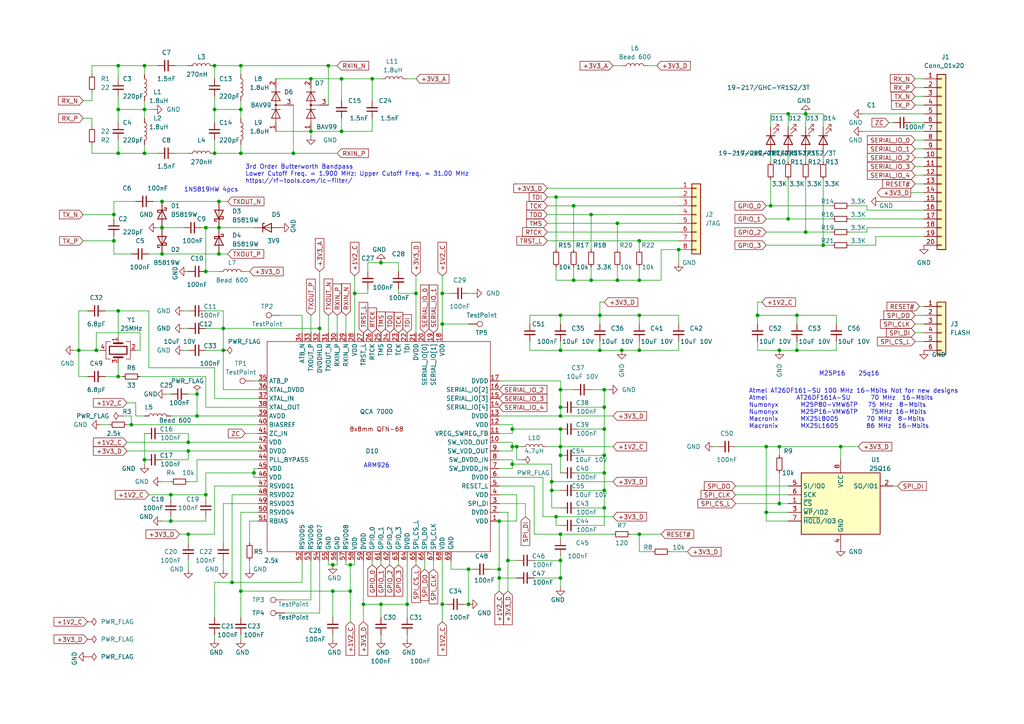
<source format=kicad_sch>
(kicad_sch (version 20211123) (generator eeschema)
  (paper "A4")
  (title_block (title "QCA7000 modem board") (date "2022-03-03") (rev "2") (company "SOLAR-TRACK D.O.O.") (comment 1 "Designed by Sergey Kostyanoy"))
  (junction (at 102.87 85.09))
  (junction (at 147.32 162.56))
  (junction (at 223.52 59.69))
  (junction (at 144.78 151.13))
  (junction (at 148.59 124.46))
  (junction (at 185.42 154.94))
  (junction (at 135.89 175.26))
  (junction (at 54.61 130.81))
  (junction (at 22.86 101.6))
  (junction (at 185.42 101.6))
  (junction (at 41.91 31.75))
  (junction (at 185.42 81.28))
  (junction (at 161.29 57.15))
  (junction (at 73.66 137.16))
  (junction (at 41.91 19.05))
  (junction (at 63.5 58.42))
  (junction (at 34.29 90.17))
  (junction (at 185.42 91.44))
  (junction (at 49.53 151.13))
  (junction (at 226.06 146.05))
  (junction (at 33.02 69.85))
  (junction (at 107.95 22.86))
  (junction (at 228.6 63.5))
  (junction (at 175.26 132.08))
  (junction (at 128.27 93.98))
  (junction (at 34.29 44.45))
  (junction (at 144.78 167.64))
  (junction (at 148.59 129.54))
  (junction (at 162.56 120.65))
  (junction (at 69.85 31.75))
  (junction (at 92.71 95.25))
  (junction (at 118.11 175.26))
  (junction (at 69.85 44.45))
  (junction (at 171.45 81.28))
  (junction (at 38.1 123.19))
  (junction (at 231.14 91.44))
  (junction (at 162.56 129.54))
  (junction (at 59.69 143.51))
  (junction (at 222.25 129.54))
  (junction (at 162.56 124.46))
  (junction (at 34.29 19.05))
  (junction (at 175.26 118.11))
  (junction (at 90.17 22.86))
  (junction (at 162.56 91.44))
  (junction (at 175.26 137.16))
  (junction (at 101.6 171.45))
  (junction (at 175.26 113.03))
  (junction (at 161.29 149.86))
  (junction (at 69.85 171.45))
  (junction (at 162.56 118.11))
  (junction (at 226.06 101.6))
  (junction (at 62.23 44.45))
  (junction (at 105.41 175.26))
  (junction (at 99.06 22.86))
  (junction (at 128.27 85.09))
  (junction (at 162.56 154.94))
  (junction (at 34.29 31.75))
  (junction (at 27.94 101.6))
  (junction (at 162.56 113.03))
  (junction (at 33.02 62.23))
  (junction (at 175.26 124.46))
  (junction (at 226.06 129.54))
  (junction (at 67.31 168.91))
  (junction (at 173.99 91.44))
  (junction (at 222.25 148.59))
  (junction (at 185.42 69.85))
  (junction (at 148.59 134.62))
  (junction (at 162.56 101.6))
  (junction (at 149.86 129.54))
  (junction (at 63.5 73.66))
  (junction (at 41.91 44.45))
  (junction (at 228.6 33.02))
  (junction (at 219.71 91.44))
  (junction (at 85.09 44.45))
  (junction (at 69.85 19.05))
  (junction (at 243.84 129.54))
  (junction (at 110.49 175.26))
  (junction (at 63.5 66.04))
  (junction (at 46.99 66.04))
  (junction (at 120.65 85.09))
  (junction (at 175.26 142.24))
  (junction (at 180.34 101.6))
  (junction (at 62.23 31.75))
  (junction (at 196.85 72.39))
  (junction (at 175.26 147.32))
  (junction (at 233.68 67.31))
  (junction (at 57.15 114.3))
  (junction (at 57.15 120.65))
  (junction (at 162.56 132.08))
  (junction (at 171.45 62.23))
  (junction (at 166.37 81.28))
  (junction (at 128.27 175.26))
  (junction (at 96.52 163.83))
  (junction (at 54.61 128.27))
  (junction (at 54.61 154.94))
  (junction (at 162.56 167.64))
  (junction (at 160.02 139.7))
  (junction (at 49.53 143.51))
  (junction (at 62.23 19.05))
  (junction (at 64.77 95.25))
  (junction (at 96.52 171.45))
  (junction (at 64.77 101.6))
  (junction (at 135.89 165.1))
  (junction (at 233.68 33.02))
  (junction (at 59.69 78.74))
  (junction (at 46.99 73.66))
  (junction (at 160.02 142.24))
  (junction (at 46.99 58.42))
  (junction (at 179.07 81.28))
  (junction (at 34.29 109.22))
  (junction (at 90.17 38.1))
  (junction (at 231.14 101.6))
  (junction (at 99.06 38.1))
  (junction (at 110.49 76.2))
  (junction (at 166.37 59.69))
  (junction (at 101.6 163.83))
  (junction (at 173.99 101.6))
  (junction (at 144.78 165.1))
  (junction (at 238.76 71.12))
  (junction (at 162.56 162.56))
  (junction (at 95.25 19.05))
  (junction (at 179.07 64.77))
  (junction (at 59.69 66.04))
  (junction (at 41.91 133.35))
  (wire (pts (xy 43.18 143.51) (xy 49.53 143.51)))
  (wire (pts (xy 160.02 134.62) (xy 160.02 139.7)))
  (wire (pts (xy 97.79 163.83) (xy 97.79 162.56)))
  (wire (pts (xy 59.69 118.11) (xy 74.93 118.11)))
  (wire (pts (xy 162.56 162.56) (xy 162.56 167.64)))
  (wire (pts (xy 158.75 57.15) (xy 161.29 57.15)))
  (wire (pts (xy 154.94 140.97) (xy 154.94 154.94)))
  (wire (pts (xy 226.06 146.05) (xy 228.6 146.05)))
  (wire (pts (xy 265.43 96.52) (xy 267.97 96.52)))
  (wire (pts (xy 191.77 72.39) (xy 191.77 81.28)))
  (wire (pts (xy 110.49 175.26) (xy 110.49 179.07)))
  (wire (pts (xy 69.85 44.45) (xy 69.85 41.91)))
  (wire (pts (xy 265.43 22.86) (xy 267.97 22.86)))
  (wire (pts (xy 72.39 78.74) (xy 71.12 78.74)))
  (wire (pts (xy 64.77 165.1) (xy 64.77 162.56)))
  (wire (pts (xy 265.43 53.34) (xy 267.97 53.34)))
  (wire (pts (xy 101.6 163.83) (xy 101.6 171.45)))
  (wire (pts (xy 213.36 146.05) (xy 226.06 146.05)))
  (wire (pts (xy 162.56 167.64) (xy 154.94 167.64)))
  (wire (pts (xy 130.81 162.56) (xy 130.81 165.1)))
  (wire (pts (xy 36.83 128.27) (xy 54.61 128.27)))
  (wire (pts (xy 74.93 146.05) (xy 64.77 146.05)))
  (wire (pts (xy 85.09 44.45) (xy 97.79 44.45)))
  (wire (pts (xy 144.78 143.51) (xy 149.86 143.51)))
  (wire (pts (xy 33.02 68.58) (xy 33.02 69.85)))
  (wire (pts (xy 72.39 151.13) (xy 74.93 151.13)))
  (wire (pts (xy 95.25 91.44) (xy 95.25 96.52)))
  (wire (pts (xy 107.95 38.1) (xy 107.95 34.29)))
  (wire (pts (xy 62.23 140.97) (xy 74.93 140.97)))
  (wire (pts (xy 147.32 162.56) (xy 147.32 171.45)))
  (wire (pts (xy 69.85 171.45) (xy 96.52 171.45)))
  (wire (pts (xy 134.62 175.26) (xy 135.89 175.26)))
  (wire (pts (xy 135.89 165.1) (xy 137.16 165.1)))
  (wire (pts (xy 107.95 22.86) (xy 110.49 22.86)))
  (wire (pts (xy 49.53 151.13) (xy 59.69 151.13)))
  (wire (pts (xy 95.25 30.48) (xy 95.25 19.05)))
  (wire (pts (xy 265.43 91.44) (xy 267.97 91.44)))
  (wire (pts (xy 158.75 59.69) (xy 166.37 59.69)))
  (wire (pts (xy 107.95 22.86) (xy 99.06 22.86)))
  (wire (pts (xy 226.06 132.08) (xy 226.06 129.54)))
  (wire (pts (xy 54.61 154.94) (xy 62.23 154.94)))
  (wire (pts (xy 105.41 175.26) (xy 110.49 175.26)))
  (wire (pts (xy 102.87 162.56) (xy 102.87 163.83)))
  (wire (pts (xy 228.6 33.02) (xy 233.68 33.02)))
  (wire (pts (xy 110.49 175.26) (xy 118.11 175.26)))
  (wire (pts (xy 34.29 31.75) (xy 34.29 35.56)))
  (wire (pts (xy 120.65 80.01) (xy 120.65 85.09)))
  (wire (pts (xy 54.61 165.1) (xy 54.61 162.56)))
  (wire (pts (xy 90.17 91.44) (xy 90.17 96.52)))
  (wire (pts (xy 167.64 137.16) (xy 175.26 137.16)))
  (wire (pts (xy 63.5 58.42) (xy 66.04 58.42)))
  (wire (pts (xy 49.53 149.86) (xy 49.53 151.13)))
  (wire (pts (xy 213.36 140.97) (xy 228.6 140.97)))
  (wire (pts (xy 40.64 109.22) (xy 59.69 109.22)))
  (wire (pts (xy 162.56 132.08) (xy 162.56 137.16)))
  (wire (pts (xy 162.56 99.06) (xy 162.56 101.6)))
  (wire (pts (xy 69.85 19.05) (xy 69.85 21.59)))
  (wire (pts (xy 207.01 129.54) (xy 208.28 129.54)))
  (wire (pts (xy 33.02 69.85) (xy 33.02 73.66)))
  (wire (pts (xy 33.02 63.5) (xy 33.02 62.23)))
  (wire (pts (xy 87.63 168.91) (xy 87.63 162.56)))
  (wire (pts (xy 63.5 66.04) (xy 73.66 66.04)))
  (wire (pts (xy 58.42 66.04) (xy 59.69 66.04)))
  (wire (pts (xy 153.67 101.6) (xy 162.56 101.6)))
  (wire (pts (xy 173.99 91.44) (xy 185.42 91.44)))
  (wire (pts (xy 153.67 93.98) (xy 153.67 91.44)))
  (wire (pts (xy 177.8 19.05) (xy 180.34 19.05)))
  (wire (pts (xy 40.64 96.52) (xy 27.94 96.52)))
  (wire (pts (xy 64.77 101.6) (xy 64.77 113.03)))
  (wire (pts (xy 166.37 59.69) (xy 166.37 72.39)))
  (wire (pts (xy 213.36 129.54) (xy 222.25 129.54)))
  (wire (pts (xy 162.56 91.44) (xy 173.99 91.44)))
  (wire (pts (xy 99.06 22.86) (xy 90.17 22.86)))
  (wire (pts (xy 160.02 139.7) (xy 160.02 142.24)))
  (wire (pts (xy 219.71 101.6) (xy 226.06 101.6)))
  (wire (pts (xy 222.25 148.59) (xy 228.6 148.59)))
  (wire (pts (xy 92.71 177.8) (xy 92.71 162.56)))
  (wire (pts (xy 265.43 25.4) (xy 267.97 25.4)))
  (wire (pts (xy 162.56 154.94) (xy 177.8 154.94)))
  (wire (pts (xy 148.59 125.73) (xy 144.78 125.73)))
  (wire (pts (xy 173.99 87.63) (xy 173.99 91.44)))
  (wire (pts (xy 167.64 152.4) (xy 175.26 152.4)))
  (wire (pts (xy 40.64 101.6) (xy 40.64 96.52)))
  (wire (pts (xy 161.29 81.28) (xy 166.37 81.28)))
  (wire (pts (xy 26.67 19.05) (xy 34.29 19.05)))
  (wire (pts (xy 41.91 133.35) (xy 41.91 134.62)))
  (wire (pts (xy 144.78 167.64) (xy 144.78 171.45)))
  (wire (pts (xy 161.29 57.15) (xy 196.85 57.15)))
  (wire (pts (xy 21.59 101.6) (xy 22.86 101.6)))
  (wire (pts (xy 96.52 184.15) (xy 96.52 185.42)))
  (wire (pts (xy 219.71 99.06) (xy 219.71 101.6)))
  (wire (pts (xy 162.56 118.11) (xy 162.56 120.65)))
  (wire (pts (xy 144.78 120.65) (xy 162.56 120.65)))
  (wire (pts (xy 128.27 80.01) (xy 128.27 85.09)))
  (wire (pts (xy 128.27 85.09) (xy 128.27 93.98)))
  (wire (pts (xy 43.18 73.66) (xy 46.99 73.66)))
  (wire (pts (xy 46.99 66.04) (xy 53.34 66.04)))
  (wire (pts (xy 50.8 44.45) (xy 54.61 44.45)))
  (wire (pts (xy 233.68 67.31) (xy 241.3 67.31)))
  (wire (pts (xy 264.16 55.88) (xy 267.97 55.88)))
  (wire (pts (xy 222.25 148.59) (xy 222.25 151.13)))
  (wire (pts (xy 54.61 157.48) (xy 54.61 154.94)))
  (wire (pts (xy 196.85 72.39) (xy 196.85 76.2)))
  (wire (pts (xy 34.29 105.41) (xy 34.29 109.22)))
  (wire (pts (xy 82.55 173.99) (xy 90.17 173.99)))
  (wire (pts (xy 46.99 58.42) (xy 63.5 58.42)))
  (wire (pts (xy 161.29 77.47) (xy 161.29 81.28)))
  (wire (pts (xy 34.29 44.45) (xy 41.91 44.45)))
  (wire (pts (xy 54.61 139.7) (xy 57.15 139.7)))
  (wire (pts (xy 196.85 72.39) (xy 191.77 72.39)))
  (wire (pts (xy 57.15 114.3) (xy 57.15 120.65)))
  (wire (pts (xy 251.46 66.04) (xy 267.97 66.04)))
  (wire (pts (xy 54.61 101.6) (xy 53.34 101.6)))
  (wire (pts (xy 41.91 44.45) (xy 41.91 41.91)))
  (wire (pts (xy 144.78 148.59) (xy 147.32 148.59)))
  (wire (pts (xy 228.6 52.07) (xy 228.6 63.5)))
  (wire (pts (xy 59.69 78.74) (xy 63.5 78.74)))
  (wire (pts (xy 49.53 143.51) (xy 59.69 143.51)))
  (wire (pts (xy 223.52 33.02) (xy 228.6 33.02)))
  (wire (pts (xy 130.81 165.1) (xy 135.89 165.1)))
  (wire (pts (xy 158.75 64.77) (xy 179.07 64.77)))
  (wire (pts (xy 69.85 185.42) (xy 69.85 184.15)))
  (wire (pts (xy 231.14 101.6) (xy 242.57 101.6)))
  (wire (pts (xy 99.06 29.21) (xy 99.06 22.86)))
  (wire (pts (xy 95.25 19.05) (xy 69.85 19.05)))
  (wire (pts (xy 115.57 83.82) (xy 115.57 85.09)))
  (wire (pts (xy 161.29 149.86) (xy 161.29 152.4)))
  (wire (pts (xy 162.56 101.6) (xy 173.99 101.6)))
  (wire (pts (xy 62.23 154.94) (xy 62.23 140.97)))
  (wire (pts (xy 64.77 146.05) (xy 64.77 157.48)))
  (wire (pts (xy 96.52 163.83) (xy 97.79 163.83)))
  (wire (pts (xy 162.56 113.03) (xy 162.56 118.11)))
  (wire (pts (xy 33.02 73.66) (xy 38.1 73.66)))
  (wire (pts (xy 34.29 40.64) (xy 34.29 44.45)))
  (wire (pts (xy 53.34 95.25) (xy 54.61 95.25)))
  (wire (pts (xy 167.64 147.32) (xy 175.26 147.32)))
  (wire (pts (xy 185.42 101.6) (xy 196.85 101.6)))
  (wire (pts (xy 213.36 143.51) (xy 228.6 143.51)))
  (wire (pts (xy 24.13 69.85) (xy 33.02 69.85)))
  (wire (pts (xy 73.66 135.89) (xy 73.66 137.16)))
  (wire (pts (xy 41.91 31.75) (xy 44.45 31.75)))
  (wire (pts (xy 49.53 120.65) (xy 57.15 120.65)))
  (wire (pts (xy 148.59 123.19) (xy 148.59 124.46)))
  (wire (pts (xy 238.76 52.07) (xy 238.76 71.12)))
  (wire (pts (xy 144.78 138.43) (xy 157.48 138.43)))
  (wire (pts (xy 222.25 71.12) (xy 238.76 71.12)))
  (wire (pts (xy 59.69 151.13) (xy 59.69 149.86)))
  (wire (pts (xy 46.99 73.66) (xy 63.5 73.66)))
  (wire (pts (xy 59.69 95.25) (xy 64.77 95.25)))
  (wire (pts (xy 246.38 67.31) (xy 251.46 67.31)))
  (wire (pts (xy 231.14 91.44) (xy 242.57 91.44)))
  (wire (pts (xy 238.76 71.12) (xy 241.3 71.12)))
  (wire (pts (xy 22.86 90.17) (xy 22.86 101.6)))
  (wire (pts (xy 251.46 60.96) (xy 267.97 60.96)))
  (wire (pts (xy 54.61 130.81) (xy 74.93 130.81)))
  (wire (pts (xy 226.06 129.54) (xy 243.84 129.54)))
  (wire (pts (xy 101.6 171.45) (xy 101.6 180.34)))
  (wire (pts (xy 39.37 120.65) (xy 41.91 120.65)))
  (wire (pts (xy 92.71 78.74) (xy 92.71 95.25)))
  (wire (pts (xy 148.59 134.62) (xy 148.59 135.89)))
  (wire (pts (xy 26.67 34.29) (xy 26.67 36.83)))
  (wire (pts (xy 69.85 148.59) (xy 69.85 171.45)))
  (wire (pts (xy 113.03 163.83) (xy 113.03 162.56)))
  (wire (pts (xy 125.73 165.1) (xy 125.73 162.56)))
  (wire (pts (xy 64.77 90.17) (xy 64.77 95.25)))
  (wire (pts (xy 162.56 113.03) (xy 166.37 113.03)))
  (wire (pts (xy 257.81 35.56) (xy 259.08 35.56)))
  (wire (pts (xy 34.29 109.22) (xy 30.48 109.22)))
  (wire (pts (xy 100.33 91.44) (xy 100.33 96.52)))
  (wire (pts (xy 185.42 160.02) (xy 185.42 154.94)))
  (wire (pts (xy 180.34 101.6) (xy 185.42 101.6)))
  (wire (pts (xy 105.41 162.56) (xy 105.41 175.26)))
  (wire (pts (xy 144.78 165.1) (xy 144.78 167.64)))
  (wire (pts (xy 62.23 19.05) (xy 69.85 19.05)))
  (wire (pts (xy 48.26 114.3) (xy 49.53 114.3)))
  (wire (pts (xy 171.45 62.23) (xy 171.45 72.39)))
  (wire (pts (xy 148.59 133.35) (xy 148.59 134.62)))
  (wire (pts (xy 41.91 44.45) (xy 45.72 44.45)))
  (wire (pts (xy 110.49 185.42) (xy 110.49 184.15)))
  (wire (pts (xy 160.02 142.24) (xy 162.56 142.24)))
  (wire (pts (xy 149.86 143.51) (xy 149.86 151.13)))
  (wire (pts (xy 62.23 106.68) (xy 62.23 115.57)))
  (wire (pts (xy 182.88 154.94) (xy 185.42 154.94)))
  (wire (pts (xy 158.75 129.54) (xy 162.56 129.54)))
  (wire (pts (xy 251.46 67.31) (xy 251.46 66.04)))
  (wire (pts (xy 196.85 91.44) (xy 196.85 93.98)))
  (wire (pts (xy 64.77 95.25) (xy 92.71 95.25)))
  (wire (pts (xy 22.86 109.22) (xy 25.4 109.22)))
  (wire (pts (xy 41.91 19.05) (xy 45.72 19.05)))
  (wire (pts (xy 34.29 22.86) (xy 34.29 19.05)))
  (wire (pts (xy 69.85 31.75) (xy 69.85 34.29)))
  (wire (pts (xy 166.37 77.47) (xy 166.37 81.28)))
  (wire (pts (xy 175.26 142.24) (xy 175.26 147.32)))
  (wire (pts (xy 101.6 163.83) (xy 102.87 163.83)))
  (wire (pts (xy 175.26 137.16) (xy 175.26 142.24)))
  (wire (pts (xy 171.45 81.28) (xy 179.07 81.28)))
  (wire (pts (xy 231.14 91.44) (xy 231.14 93.98)))
  (wire (pts (xy 162.56 170.18) (xy 162.56 167.64)))
  (wire (pts (xy 148.59 129.54) (xy 149.86 129.54)))
  (wire (pts (xy 219.71 87.63) (xy 219.71 91.44)))
  (wire (pts (xy 148.59 129.54) (xy 148.59 130.81)))
  (wire (pts (xy 73.66 138.43) (xy 74.93 138.43)))
  (wire (pts (xy 39.37 101.6) (xy 40.64 101.6)))
  (wire (pts (xy 265.43 99.06) (xy 267.97 99.06)))
  (wire (pts (xy 189.23 160.02) (xy 185.42 160.02)))
  (wire (pts (xy 62.23 40.64) (xy 62.23 44.45)))
  (wire (pts (xy 175.26 87.63) (xy 173.99 87.63)))
  (wire (pts (xy 52.07 154.94) (xy 54.61 154.94)))
  (wire (pts (xy 191.77 81.28) (xy 185.42 81.28)))
  (wire (pts (xy 243.84 129.54) (xy 248.92 129.54)))
  (wire (pts (xy 147.32 148.59) (xy 147.32 162.56)))
  (wire (pts (xy 144.78 130.81) (xy 148.59 130.81)))
  (wire (pts (xy 41.91 31.75) (xy 41.91 29.21)))
  (wire (pts (xy 149.86 151.13) (xy 144.78 151.13)))
  (wire (pts (xy 250.19 33.02) (xy 267.97 33.02)))
  (wire (pts (xy 144.78 151.13) (xy 144.78 165.1)))
  (wire (pts (xy 171.45 62.23) (xy 196.85 62.23)))
  (wire (pts (xy 110.49 76.2) (xy 115.57 76.2)))
  (wire (pts (xy 179.07 77.47) (xy 179.07 81.28)))
  (wire (pts (xy 71.12 125.73) (xy 74.93 125.73)))
  (wire (pts (xy 228.6 63.5) (xy 241.3 63.5)))
  (wire (pts (xy 222.25 63.5) (xy 228.6 63.5)))
  (wire (pts (xy 46.99 125.73) (xy 54.61 125.73)))
  (wire (pts (xy 144.78 140.97) (xy 154.94 140.97)))
  (wire (pts (xy 27.94 101.6) (xy 22.86 101.6)))
  (wire (pts (xy 161.29 152.4) (xy 162.56 152.4)))
  (wire (pts (xy 50.8 19.05) (xy 54.61 19.05)))
  (wire (pts (xy 57.15 120.65) (xy 74.93 120.65)))
  (wire (pts (xy 90.17 38.1) (xy 99.06 38.1)))
  (wire (pts (xy 25.4 90.17) (xy 22.86 90.17)))
  (wire (pts (xy 81.28 91.44) (xy 87.63 91.44)))
  (wire (pts (xy 24.13 62.23) (xy 33.02 62.23)))
  (wire (pts (xy 26.67 44.45) (xy 34.29 44.45)))
  (wire (pts (xy 24.13 34.29) (xy 26.67 34.29)))
  (wire (pts (xy 246.38 59.69) (xy 251.46 59.69)))
  (wire (pts (xy 34.29 90.17) (xy 30.48 90.17)))
  (wire (pts (xy 167.64 132.08) (xy 175.26 132.08)))
  (wire (pts (xy 177.8 149.86) (xy 161.29 149.86)))
  (wire (pts (xy 242.57 91.44) (xy 242.57 93.98)))
  (wire (pts (xy 44.45 58.42) (xy 46.99 58.42)))
  (wire (pts (xy 34.29 109.22) (xy 35.56 109.22)))
  (wire (pts (xy 223.52 52.07) (xy 223.52 59.69)))
  (wire (pts (xy 238.76 33.02) (xy 238.76 36.83)))
  (wire (pts (xy 95.25 163.83) (xy 96.52 163.83)))
  (wire (pts (xy 173.99 101.6) (xy 180.34 101.6)))
  (wire (pts (xy 160.02 139.7) (xy 177.8 139.7)))
  (wire (pts (xy 39.37 116.84) (xy 39.37 120.65)))
  (wire (pts (xy 222.25 67.31) (xy 233.68 67.31)))
  (wire (pts (xy 57.15 133.35) (xy 74.93 133.35)))
  (wire (pts (xy 265.43 93.98) (xy 267.97 93.98)))
  (wire (pts (xy 254 68.58) (xy 267.97 68.58)))
  (wire (pts (xy 64.77 113.03) (xy 74.93 113.03)))
  (wire (pts (xy 59.69 78.74) (xy 59.69 66.04)))
  (wire (pts (xy 160.02 142.24) (xy 160.02 147.32)))
  (wire (pts (xy 73.66 137.16) (xy 59.69 137.16)))
  (wire (pts (xy 106.68 83.82) (xy 106.68 85.09)))
  (wire (pts (xy 144.78 167.64) (xy 149.86 167.64)))
  (wire (pts (xy 102.87 85.09) (xy 102.87 96.52)))
  (wire (pts (xy 96.52 171.45) (xy 101.6 171.45)))
  (wire (pts (xy 41.91 31.75) (xy 41.91 34.29)))
  (wire (pts (xy 106.68 85.09) (xy 102.87 85.09)))
  (wire (pts (xy 233.68 33.02) (xy 233.68 36.83)))
  (wire (pts (xy 144.78 128.27) (xy 148.59 128.27)))
  (wire (pts (xy 179.07 64.77) (xy 196.85 64.77)))
  (wire (pts (xy 96.52 171.45) (xy 96.52 179.07)))
  (wire (pts (xy 151.13 133.35) (xy 149.86 133.35)))
  (wire (pts (xy 264.16 35.56) (xy 267.97 35.56)))
  (wire (pts (xy 107.95 29.21) (xy 107.95 22.86)))
  (wire (pts (xy 105.41 175.26) (xy 105.41 180.34)))
  (wire (pts (xy 251.46 59.69) (xy 251.46 60.96)))
  (wire (pts (xy 102.87 80.01) (xy 102.87 85.09)))
  (wire (pts (xy 222.25 59.69) (xy 223.52 59.69)))
  (wire (pts (xy 158.75 62.23) (xy 171.45 62.23)))
  (wire (pts (xy 118.11 175.26) (xy 118.11 162.56)))
  (wire (pts (xy 41.91 125.73) (xy 41.91 133.35)))
  (wire (pts (xy 62.23 31.75) (xy 62.23 35.56)))
  (wire (pts (xy 265.43 45.72) (xy 267.97 45.72)))
  (wire (pts (xy 167.64 142.24) (xy 175.26 142.24)))
  (wire (pts (xy 80.01 22.86) (xy 90.17 22.86)))
  (wire (pts (xy 243.84 129.54) (xy 243.84 133.35)))
  (wire (pts (xy 97.79 91.44) (xy 97.79 96.52)))
  (wire (pts (xy 228.6 44.45) (xy 228.6 46.99)))
  (wire (pts (xy 233.68 44.45) (xy 233.68 46.99)))
  (wire (pts (xy 223.52 44.45) (xy 223.52 46.99)))
  (wire (pts (xy 59.69 90.17) (xy 64.77 90.17)))
  (wire (pts (xy 246.38 63.5) (xy 267.97 63.5)))
  (wire (pts (xy 69.85 171.45) (xy 69.85 179.07)))
  (wire (pts (xy 147.32 162.56) (xy 149.86 162.56)))
  (wire (pts (xy 173.99 99.06) (xy 173.99 101.6)))
  (wire (pts (xy 27.94 96.52) (xy 27.94 101.6)))
  (wire (pts (xy 29.21 101.6) (xy 27.94 101.6)))
  (wire (pts (xy 175.26 113.03) (xy 175.26 118.11)))
  (wire (pts (xy 34.29 90.17) (xy 34.29 97.79)))
  (wire (pts (xy 265.43 30.48) (xy 267.97 30.48)))
  (wire (pts (xy 179.07 81.28) (xy 185.42 81.28)))
  (wire (pts (xy 62.23 31.75) (xy 69.85 31.75)))
  (wire (pts (xy 194.31 160.02) (xy 199.39 160.02)))
  (wire (pts (xy 90.17 39.37) (xy 90.17 38.1)))
  (wire (pts (xy 185.42 91.44) (xy 196.85 91.44)))
  (wire (pts (xy 196.85 101.6) (xy 196.85 99.06)))
  (wire (pts (xy 123.19 165.1) (xy 123.19 162.56)))
  (wire (pts (xy 34.29 90.17) (xy 43.18 90.17)))
  (wire (pts (xy 115.57 163.83) (xy 115.57 162.56)))
  (wire (pts (xy 233.68 52.07) (xy 233.68 67.31)))
  (wire (pts (xy 118.11 185.42) (xy 118.11 184.15)))
  (wire (pts (xy 255.27 58.42) (xy 267.97 58.42)))
  (wire (pts (xy 265.43 43.18) (xy 267.97 43.18)))
  (wire (pts (xy 120.65 163.83) (xy 120.65 162.56)))
  (wire (pts (xy 95.25 162.56) (xy 95.25 163.83)))
  (wire (pts (xy 148.59 124.46) (xy 148.59 125.73)))
  (wire (pts (xy 162.56 154.94) (xy 162.56 156.21)))
  (wire (pts (xy 162.56 124.46) (xy 162.56 129.54)))
  (wire (pts (xy 24.13 29.21) (xy 26.67 29.21)))
  (wire (pts (xy 74.93 143.51) (xy 67.31 143.51)))
  (wire (pts (xy 231.14 99.06) (xy 231.14 101.6)))
  (wire (pts (xy 99.06 34.29) (xy 99.06 38.1)))
  (wire (pts (xy 73.66 110.49) (xy 74.93 110.49)))
  (wire (pts (xy 154.94 154.94) (xy 162.56 154.94)))
  (wire (pts (xy 115.57 76.2) (xy 115.57 78.74)))
  (wire (pts (xy 242.57 101.6) (xy 242.57 99.06)))
  (wire (pts (xy 36.83 130.81) (xy 54.61 130.81)))
  (wire (pts (xy 152.4 146.05) (xy 152.4 149.86)))
  (wire (pts (xy 80.01 38.1) (xy 90.17 38.1)))
  (wire (pts (xy 265.43 48.26) (xy 267.97 48.26)))
  (wire (pts (xy 36.83 123.19) (xy 38.1 123.19)))
  (wire (pts (xy 67.31 143.51) (xy 67.31 168.91)))
  (wire (pts (xy 153.67 91.44) (xy 162.56 91.44)))
  (wire (pts (xy 120.65 85.09) (xy 120.65 96.52)))
  (wire (pts (xy 62.23 115.57) (xy 74.93 115.57)))
  (wire (pts (xy 62.23 44.45) (xy 69.85 44.45)))
  (wire (pts (xy 128.27 93.98) (xy 128.27 96.52)))
  (wire (pts (xy 115.57 85.09) (xy 120.65 85.09)))
  (wire (pts (xy 59.69 143.51) (xy 59.69 144.78)))
  (wire (pts (xy 64.77 95.25) (xy 64.77 101.6)))
  (wire (pts (xy 106.68 78.74) (xy 106.68 76.2)))
  (wire (pts (xy 162.56 93.98) (xy 162.56 91.44)))
  (wire (pts (xy 38.1 120.65) (xy 38.1 123.19)))
  (wire (pts (xy 59.69 101.6) (xy 64.77 101.6)))
  (wire (pts (xy 95.25 19.05) (xy 97.79 19.05)))
  (wire (pts (xy 57.15 139.7) (xy 57.15 133.35)))
  (wire (pts (xy 26.67 29.21) (xy 26.67 26.67)))
  (wire (pts (xy 54.61 128.27) (xy 74.93 128.27)))
  (wire (pts (xy 173.99 91.44) (xy 173.99 93.98)))
  (wire (pts (xy 99.06 38.1) (xy 107.95 38.1)))
  (wire (pts (xy 175.26 118.11) (xy 175.26 124.46)))
  (wire (pts (xy 158.75 69.85) (xy 185.42 69.85)))
  (wire (pts (xy 118.11 22.86) (xy 120.65 22.86)))
  (wire (pts (xy 265.43 40.64) (xy 267.97 40.64)))
  (wire (pts (xy 41.91 19.05) (xy 41.91 21.59)))
  (wire (pts (xy 167.64 118.11) (xy 175.26 118.11)))
  (wire (pts (xy 219.71 91.44) (xy 219.71 93.98)))
  (wire (pts (xy 69.85 29.21) (xy 69.85 31.75)))
  (wire (pts (xy 33.02 62.23) (xy 33.02 58.42)))
  (wire (pts (xy 144.78 110.49) (xy 162.56 110.49)))
  (wire (pts (xy 43.18 106.68) (xy 62.23 106.68)))
  (wire (pts (xy 128.27 85.09) (xy 130.81 85.09)))
  (wire (pts (xy 220.98 87.63) (xy 219.71 87.63)))
  (wire (pts (xy 59.69 109.22) (xy 59.69 118.11)))
  (wire (pts (xy 67.31 168.91) (xy 87.63 168.91)))
  (wire (pts (xy 185.42 69.85) (xy 185.42 72.39)))
  (wire (pts (xy 100.33 163.83) (xy 101.6 163.83)))
  (wire (pts (xy 265.43 27.94) (xy 267.97 27.94)))
  (wire (pts (xy 162.56 129.54) (xy 162.56 132.08)))
  (wire (pts (xy 149.86 129.54) (xy 151.13 129.54)))
  (wire (pts (xy 157.48 149.86) (xy 161.29 149.86)))
  (wire (pts (xy 162.56 161.29) (xy 162.56 162.56)))
  (wire (pts (xy 62.23 27.94) (xy 62.23 31.75)))
  (wire (pts (xy 162.56 129.54) (xy 177.8 129.54)))
  (wire (pts (xy 260.35 140.97) (xy 259.08 140.97)))
  (wire (pts (xy 62.23 168.91) (xy 67.31 168.91)))
  (wire (pts (xy 142.24 165.1) (xy 144.78 165.1)))
  (wire (pts (xy 154.94 162.56) (xy 162.56 162.56)))
  (wire (pts (xy 223.52 59.69) (xy 241.3 59.69)))
  (wire (pts (xy 92.71 95.25) (xy 92.71 96.52)))
  (wire (pts (xy 222.25 151.13) (xy 228.6 151.13)))
  (wire (pts (xy 63.5 73.66) (xy 66.04 73.66)))
  (wire (pts (xy 250.19 38.1) (xy 267.97 38.1)))
  (wire (pts (xy 135.89 165.1) (xy 135.89 175.26)))
  (wire (pts (xy 22.86 101.6) (xy 22.86 109.22)))
  (wire (pts (xy 175.26 124.46) (xy 175.26 132.08)))
  (wire (pts (xy 153.67 99.06) (xy 153.67 101.6)))
  (wire (pts (xy 226.06 137.16) (xy 226.06 146.05)))
  (wire (pts (xy 34.29 27.94) (xy 34.29 31.75)))
  (wire (pts (xy 36.83 116.84) (xy 39.37 116.84)))
  (wire (pts (xy 54.61 90.17) (xy 53.34 90.17)))
  (wire (pts (xy 73.66 137.16) (xy 73.66 138.43)))
  (wire (pts (xy 144.78 133.35) (xy 148.59 133.35)))
  (wire (pts (xy 222.25 129.54) (xy 222.25 148.59)))
  (wire (pts (xy 219.71 91.44) (xy 231.14 91.44)))
  (wire (pts (xy 62.23 185.42) (xy 62.23 184.15)))
  (wire (pts (xy 85.09 44.45) (xy 69.85 44.45)))
  (wire (pts (xy 185.42 81.28) (xy 185.42 77.47)))
  (wire (pts (xy 144.78 123.19) (xy 148.59 123.19)))
  (wire (pts (xy 110.49 163.83) (xy 110.49 162.56)))
  (wire (pts (xy 128.27 175.26) (xy 128.27 180.34)))
  (wire (pts (xy 72.39 157.48) (xy 72.39 151.13)))
  (wire (pts (xy 185.42 69.85) (xy 196.85 69.85)))
  (wire (pts (xy 144.78 146.05) (xy 152.4 146.05)))
  (wire (pts (xy 74.93 135.89) (xy 73.66 135.89)))
  (wire (pts (xy 26.67 41.91) (xy 26.67 44.45)))
  (wire (pts (xy 62.23 179.07) (xy 62.23 168.91)))
  (wire (pts (xy 171.45 77.47) (xy 171.45 81.28)))
  (wire (pts (xy 43.18 90.17) (xy 43.18 106.68)))
  (wire (pts (xy 46.99 133.35) (xy 54.61 133.35)))
  (wire (pts (xy 82.55 177.8) (xy 92.71 177.8)))
  (wire (pts (xy 265.43 50.8) (xy 267.97 50.8)))
  (wire (pts (xy 246.38 71.12) (xy 254 71.12)))
  (wire (pts (xy 118.11 175.26) (xy 118.11 179.07)))
  (wire (pts (xy 59.69 137.16) (xy 59.69 143.51)))
  (wire (pts (xy 29.21 123.19) (xy 31.75 123.19)))
  (wire (pts (xy 54.61 114.3) (xy 57.15 114.3)))
  (wire (pts (xy 45.72 66.04) (xy 46.99 66.04)))
  (wire (pts (xy 166.37 81.28) (xy 171.45 81.28)))
  (wire (pts (xy 62.23 22.86) (xy 62.23 19.05)))
  (wire (pts (xy 226.06 101.6) (xy 231.14 101.6)))
  (wire (pts (xy 46.99 151.13) (xy 49.53 151.13)))
  (wire (pts (xy 185.42 154.94) (xy 191.77 154.94)))
  (wire (pts (xy 161.29 57.15) (xy 161.29 72.39)))
  (wire (pts (xy 185.42 99.06) (xy 185.42 101.6)))
  (wire (pts (xy 222.25 129.54) (xy 226.06 129.54)))
  (wire (pts (xy 238.76 44.45) (xy 238.76 46.99)))
  (wire (pts (xy 85.09 30.48) (xy 85.09 44.45)))
  (wire (pts (xy 54.61 133.35) (xy 54.61 130.81)))
  (wire (pts (xy 157.48 138.43) (xy 157.48 149.86)))
  (wire (pts (xy 233.68 33.02) (xy 238.76 33.02)))
  (wire (pts (xy 162.56 110.49) (xy 162.56 113.03)))
  (wire (pts (xy 190.5 19.05) (xy 187.96 19.05)))
  (wire (pts (xy 38.1 123.19) (xy 74.93 123.19)))
  (wire (pts (xy 90.17 162.56) (xy 90.17 173.99)))
  (wire (pts (xy 137.16 85.09) (xy 135.89 85.09)))
  (wire (pts (xy 49.53 143.51) (xy 49.53 144.78)))
  (wire (pts (xy 148.59 124.46) (xy 162.56 124.46)))
  (wire (pts (xy 149.86 133.35) (xy 149.86 129.54)))
  (wire (pts (xy 228.6 33.02) (xy 228.6 36.83)))
  (wire (pts (xy 158.75 54.61) (xy 196.85 54.61)))
  (wire (pts (xy 148.59 128.27) (xy 148.59 129.54)))
  (wire (pts (xy 160.02 147.32) (xy 162.56 147.32)))
  (wire (pts (xy 46.99 139.7) (xy 49.53 139.7)))
  (wire (pts (xy 185.42 91.44) (xy 185.42 93.98)))
  (wire (pts (xy 175.26 132.08) (xy 175.26 137.16)))
  (wire (pts (xy 33.02 58.42) (xy 39.37 58.42)))
  (wire (pts (xy 179.07 64.77) (xy 179.07 72.39)))
  (wire (pts (xy 176.53 113.03) (xy 175.26 113.03)))
  (wire (pts (xy 162.56 120.65) (xy 177.8 120.65)))
  (wire (pts (xy 26.67 21.59) (xy 26.67 19.05)))
  (wire (pts (xy 72.39 162.56) (xy 72.39 165.1)))
  (wire (pts (xy 87.63 91.44) (xy 87.63 96.52)))
  (wire (pts (xy 100.33 162.56) (xy 100.33 163.83)))
  (wire (pts (xy 175.26 147.32) (xy 175.26 152.4)))
  (wire (pts (xy 171.45 113.03) (xy 175.26 113.03)))
  (wire (pts (xy 35.56 120.65) (xy 38.1 120.65)))
  (wire (pts (xy 59.69 66.04) (xy 63.5 66.04)))
  (wire (pts (xy 74.93 148.59) (xy 69.85 148.59)))
  (wire (pts (xy 128.27 162.56) (xy 128.27 175.26)))
  (wire (pts (xy 34.29 19.05) (xy 41.91 19.05)))
  (wire (pts (xy 223.52 36.83) (xy 223.52 33.02)))
  (wire (pts (xy 144.78 135.89) (xy 148.59 135.89)))
  (wire (pts (xy 135.89 93.98) (xy 128.27 93.98)))
  (wire (pts (xy 54.61 125.73) (xy 54.61 128.27)))
  (wire (pts (xy 107.95 163.83) (xy 107.95 162.56)))
  (wire (pts (xy 148.59 134.62) (xy 160.02 134.62)))
  (wire (pts (xy 128.27 175.26) (xy 129.54 175.26)))
  (wire (pts (xy 106.68 76.2) (xy 110.49 76.2)))
  (wire (pts (xy 254 71.12) (xy 254 68.58)))
  (wire (pts (xy 158.75 67.31) (xy 196.85 67.31)))
  (wire (pts (xy 167.64 124.46) (xy 175.26 124.46)))
  (wire (pts (xy 34.29 31.75) (xy 41.91 31.75)))
  (wire (pts (xy 166.37 59.69) (xy 196.85 59.69)))
  (wire (pts (xy 266.7 88.9) (xy 267.97 88.9)))
  (text "1N5819HW 4pcs\n" (at 53.34 55.88 0) (effects (font (size 1.27 1.27)) (justify left bottom)))
  (text "Atmel AT26DF161-SU 100 MHz 16-Mbits Not for new designs \nAtmel  	    AT26DF161A-SU  	70 MHz  16-Mbits\nNumonyx   	M25P80-VMW6TP   75 MHz  8-Mbits\nNumonyx 	M25P16-VMW6TP 	75MHz 16-Mbits\nMacronix  	MX25L8005  	    70 MHz  8-Mbits\nMacronix  	MX25L1605  	    86 MHz  16-Mbits\n" (at 217.17 124.46 0) (effects (font (size 1.27 1.27)) (justify left bottom)))
  (text "ARM926" (at 105.41 135.89 0) (effects (font (size 1.27 1.27)) (justify left bottom)))
  (text "3rd Order Butterworth Bandpass\nLower Cutoff Freq. = 1.900 MHz; Upper Cutoff Freq. = 31.00 MHz\nhttps://rf-tools.com/lc-filter/" (at 71.12 53.34 0) (effects (font (size 1.27 1.27)) (justify left bottom)))
  (text "M25P16" (at 237.49 109.22 0) (effects (font (size 1.27 1.27)) (justify left bottom)))
  (text "25q16" (at 248.92 109.22 0) (effects (font (size 1.27 1.27)) (justify left bottom)))
  (global_label "SPI_DI" (shape input) (at 265.43 96.52 180) (property "Intersheet References" "${INTERSHEET_REFS}" (effects hide)))
  (global_label "RX_N" (shape input) (at 24.13 29.21 180) (property "Intersheet References" "${INTERSHEET_REFS}" (effects hide)))
  (global_label "TX_P" (shape input) (at 265.43 30.48 180) (property "Intersheet References" "${INTERSHEET_REFS}" (effects hide)))
  (global_label "TX_N" (shape input) (at 265.43 27.94 180) (property "Intersheet References" "${INTERSHEET_REFS}" (effects hide)))
  (global_label "RESET#" (shape input) (at 265.43 53.34 180) (property "Intersheet References" "${INTERSHEET_REFS}" (effects hide)))
  (global_label "SERIAL_IO_1" (shape input) (at 125.73 96.52 90) (property "Intersheet References" "${INTERSHEET_REFS}" (effects hide)))
  (global_label "TRST_L" (shape input) (at 105.41 96.52 90) (property "Intersheet References" "${INTERSHEET_REFS}" (effects hide)))
  (global_label "+1V2_C" (shape input) (at 101.6 180.34 270) (property "Intersheet References" "${INTERSHEET_REFS}" (effects hide)))
  (global_label "SERIAL_IO_4" (shape input) (at 265.43 50.8 180) (property "Intersheet References" "${INTERSHEET_REFS}" (effects hide)))
  (global_label "+3V3_D" (shape input) (at 177.8 149.86 0) (property "Intersheet References" "${INTERSHEET_REFS}" (effects hide)))
  (global_label "TCK" (shape input) (at 115.57 96.52 90) (property "Intersheet References" "${INTERSHEET_REFS}" (effects hide)))
  (global_label "TX_N" (shape input) (at 24.13 62.23 180) (property "Intersheet References" "${INTERSHEET_REFS}" (effects hide)))
  (global_label "TXOUT_N" (shape input) (at 95.25 91.44 90) (property "Intersheet References" "${INTERSHEET_REFS}" (effects hide)))
  (global_label "+3V3_D" (shape input) (at 177.8 139.7 0) (property "Intersheet References" "${INTERSHEET_REFS}" (effects hide)))
  (global_label "RTCK" (shape input) (at 158.75 67.31 180) (property "Intersheet References" "${INTERSHEET_REFS}" (effects hide)))
  (global_label "+3V3_D" (shape input) (at 105.41 180.34 270) (property "Intersheet References" "${INTERSHEET_REFS}" (effects hide)))
  (global_label "SERIAL_IO_3" (shape input) (at 144.78 115.57 0) (property "Intersheet References" "${INTERSHEET_REFS}" (effects hide)))
  (global_label "TXOUT_P" (shape input) (at 66.04 73.66 0) (property "Intersheet References" "${INTERSHEET_REFS}" (effects hide)))
  (global_label "SPI_CLK" (shape input) (at 265.43 93.98 180) (property "Intersheet References" "${INTERSHEET_REFS}" (effects hide)))
  (global_label "RXIN_N" (shape input) (at 100.33 91.44 90) (property "Intersheet References" "${INTERSHEET_REFS}" (effects hide)))
  (global_label "TDO" (shape input) (at 158.75 62.23 180) (property "Intersheet References" "${INTERSHEET_REFS}" (effects hide)))
  (global_label "GPIO_3" (shape input) (at 222.25 71.12 180) (property "Intersheet References" "${INTERSHEET_REFS}" (effects hide)))
  (global_label "RX_N" (shape input) (at 265.43 22.86 180) (property "Intersheet References" "${INTERSHEET_REFS}" (effects hide)))
  (global_label "SPI_DI" (shape input) (at 152.4 149.86 270) (property "Intersheet References" "${INTERSHEET_REFS}" (effects hide)))
  (global_label "+3V3_D" (shape input) (at 25.4 185.42 180) (property "Intersheet References" "${INTERSHEET_REFS}" (effects hide)))
  (global_label "GPIO_0" (shape input) (at 222.25 59.69 180) (property "Intersheet References" "${INTERSHEET_REFS}" (effects hide)))
  (global_label "RXIN_P" (shape input) (at 97.79 44.45 0) (property "Intersheet References" "${INTERSHEET_REFS}" (effects hide)))
  (global_label "ZC" (shape input) (at 71.12 125.73 180) (property "Intersheet References" "${INTERSHEET_REFS}" (effects hide)))
  (global_label "GPIO_3" (shape input) (at 115.57 163.83 270) (property "Intersheet References" "${INTERSHEET_REFS}" (effects hide)))
  (global_label "+3V3_A" (shape input) (at 120.65 22.86 0) (property "Intersheet References" "${INTERSHEET_REFS}" (effects hide)))
  (global_label "SPI_CS_L" (shape input) (at 213.36 146.05 180) (property "Intersheet References" "${INTERSHEET_REFS}" (effects hide)))
  (global_label "+3V3_D" (shape input) (at 36.83 130.81 180) (property "Intersheet References" "${INTERSHEET_REFS}" (effects hide)))
  (global_label "SPI_DO" (shape input) (at 123.19 165.1 270) (property "Intersheet References" "${INTERSHEET_REFS}" (effects hide)))
  (global_label "TXOUT_P" (shape input) (at 90.17 91.44 90) (property "Intersheet References" "${INTERSHEET_REFS}" (effects hide)))
  (global_label "+3V3_D" (shape output) (at 264.16 55.88 180) (property "Intersheet References" "${INTERSHEET_REFS}" (effects hide)))
  (global_label "+1V2_C" (shape input) (at 36.83 116.84 180) (property "Intersheet References" "${INTERSHEET_REFS}" (effects hide)))
  (global_label "SERIAL_IO_2" (shape input) (at 265.43 45.72 180) (property "Intersheet References" "${INTERSHEET_REFS}" (effects hide)))
  (global_label "+1V2_C" (shape input) (at 36.83 128.27 180) (property "Intersheet References" "${INTERSHEET_REFS}" (effects hide)))
  (global_label "+1V2_C" (shape input) (at 220.98 87.63 0) (property "Intersheet References" "${INTERSHEET_REFS}" (effects hide)))
  (global_label "+3V3_D" (shape input) (at 120.65 80.01 90) (property "Intersheet References" "${INTERSHEET_REFS}" (effects hide)))
  (global_label "SPI_CS_L" (shape input) (at 120.65 163.83 270) (property "Intersheet References" "${INTERSHEET_REFS}" (effects hide)))
  (global_label "+1V2_C" (shape input) (at 128.27 80.01 90) (property "Intersheet References" "${INTERSHEET_REFS}" (effects hide)))
  (global_label "TDI" (shape input) (at 118.11 96.52 90) (property "Intersheet References" "${INTERSHEET_REFS}" (effects hide)))
  (global_label "GPIO_1" (shape input) (at 222.25 63.5 180) (property "Intersheet References" "${INTERSHEET_REFS}" (effects hide)))
  (global_label "+3V3_D" (shape input) (at 52.07 154.94 180) (property "Intersheet References" "${INTERSHEET_REFS}" (effects hide)))
  (global_label "+1V2_C" (shape input) (at 177.8 129.54 0) (property "Intersheet References" "${INTERSHEET_REFS}" (effects hide)))
  (global_label "SPI_CS_L" (shape input) (at 265.43 99.06 180) (property "Intersheet References" "${INTERSHEET_REFS}" (effects hide)))
  (global_label "SPI_DI" (shape input) (at 260.35 140.97 0) (property "Intersheet References" "${INTERSHEET_REFS}" (effects hide)))
  (global_label "TXOUT_N" (shape input) (at 66.04 58.42 0) (property "Intersheet References" "${INTERSHEET_REFS}" (effects hide)))
  (global_label "+3V3_D" (shape input) (at 158.75 54.61 180) (property "Intersheet References" "${INTERSHEET_REFS}" (effects hide)))
  (global_label "SPI_DO" (shape input) (at 265.43 91.44 180) (property "Intersheet References" "${INTERSHEET_REFS}" (effects hide)))
  (global_label "+3V3_D" (shape input) (at 190.5 19.05 0) (property "Intersheet References" "${INTERSHEET_REFS}" (effects hide)))
  (global_label "TDI" (shape input) (at 158.75 57.15 180) (property "Intersheet References" "${INTERSHEET_REFS}" (effects hide)))
  (global_label "SERIAL_IO_1" (shape input) (at 265.43 43.18 180) (property "Intersheet References" "${INTERSHEET_REFS}" (effects hide)))
  (global_label "GPIO_0" (shape input) (at 107.95 163.83 270) (property "Intersheet References" "${INTERSHEET_REFS}" (effects hide)))
  (global_label "TX_P" (shape input) (at 24.13 69.85 180) (property "Intersheet References" "${INTERSHEET_REFS}" (effects hide)))
  (global_label "TMS" (shape input) (at 158.75 64.77 180) (property "Intersheet References" "${INTERSHEET_REFS}" (effects hide)))
  (global_label "RX_P" (shape input) (at 24.13 34.29 180) (property "Intersheet References" "${INTERSHEET_REFS}" (effects hide)))
  (global_label "SERIAL_IO_4" (shape input) (at 144.78 118.11 0) (property "Intersheet References" "${INTERSHEET_REFS}" (effects hide)))
  (global_label "RESET#" (shape input) (at 191.77 154.94 0) (property "Intersheet References" "${INTERSHEET_REFS}" (effects hide)))
  (global_label "SPI_DO" (shape input) (at 213.36 140.97 180) (property "Intersheet References" "${INTERSHEET_REFS}" (effects hide)))
  (global_label "+3V3_A" (shape input) (at 92.71 78.74 90) (property "Intersheet References" "${INTERSHEET_REFS}" (effects hide)))
  (global_label "GPIO_2" (shape input) (at 222.25 67.31 180) (property "Intersheet References" "${INTERSHEET_REFS}" (effects hide)))
  (global_label "+3V3_D" (shape input) (at 177.8 120.65 0) (property "Intersheet References" "${INTERSHEET_REFS}" (effects hide)))
  (global_label "+3V3_A" (shape input) (at 177.8 19.05 180) (property "Intersheet References" "${INTERSHEET_REFS}" (effects hide)))
  (global_label "RTCK" (shape input) (at 107.95 96.52 90) (property "Intersheet References" "${INTERSHEET_REFS}" (effects hide)))
  (global_label "+3V3_D" (shape input) (at 175.26 87.63 0) (property "Intersheet References" "${INTERSHEET_REFS}" (effects hide)))
  (global_label "+1V2_C" (shape input) (at 25.4 180.34 180) (property "Intersheet References" "${INTERSHEET_REFS}" (effects hide)))
  (global_label "+3V3_D" (shape input) (at 147.32 171.45 270) (property "Intersheet References" "${INTERSHEET_REFS}" (effects hide)))
  (global_label "TDO" (shape input) (at 113.03 96.52 90) (property "Intersheet References" "${INTERSHEET_REFS}" (effects hide)))
  (global_label "SERIAL_IO_0" (shape input) (at 123.19 96.52 90) (property "Intersheet References" "${INTERSHEET_REFS}" (effects hide)))
  (global_label "TMS" (shape input) (at 110.49 96.52 90) (property "Intersheet References" "${INTERSHEET_REFS}" (effects hide)))
  (global_label "ZC" (shape input) (at 257.81 35.56 180) (property "Intersheet References" "${INTERSHEET_REFS}" (effects hide)))
  (global_label "GPIO_2" (shape input) (at 113.03 163.83 270) (property "Intersheet References" "${INTERSHEET_REFS}" (effects hide)))
  (global_label "RESET#" (shape input) (at 266.7 88.9 180) (property "Intersheet References" "${INTERSHEET_REFS}" (effects hide)))
  (global_label "SERIAL_IO_3" (shape input) (at 265.43 48.26 180) (property "Intersheet References" "${INTERSHEET_REFS}" (effects hide)))
  (global_label "RX_P" (shape input) (at 265.43 25.4 180) (property "Intersheet References" "${INTERSHEET_REFS}" (effects hide)))
  (global_label "SPI_CLK" (shape input) (at 125.73 165.1 270) (property "Intersheet References" "${INTERSHEET_REFS}" (effects hide)))
  (global_label "+1V2_C" (shape input) (at 43.18 143.51 180) (property "Intersheet References" "${INTERSHEET_REFS}" (effects hide)))
  (global_label "+3V3_D" (shape input) (at 248.92 129.54 0) (property "Intersheet References" "${INTERSHEET_REFS}" (effects hide)))
  (global_label "TCK" (shape input) (at 158.75 59.69 180) (property "Intersheet References" "${INTERSHEET_REFS}" (effects hide)))
  (global_label "GPIO_1" (shape input) (at 110.49 163.83 270) (property "Intersheet References" "${INTERSHEET_REFS}" (effects hide)))
  (global_label "SERIAL_IO_0" (shape input) (at 265.43 40.64 180) (property "Intersheet References" "${INTERSHEET_REFS}" (effects hide)))
  (global_label "RXIN_P" (shape input) (at 97.79 91.44 90) (property "Intersheet References" "${INTERSHEET_REFS}" (effects hide)))
  (global_label "+3V3_D" (shape input) (at 199.39 160.02 0) (property "Intersheet References" "${INTERSHEET_REFS}" (effects hide)))
  (global_label "SERIAL_IO_2" (shape input) (at 144.78 113.03 0) (property "Intersheet References" "${INTERSHEET_REFS}" (effects hide)))
  (global_label "+1V2_C" (shape input) (at 128.27 180.34 270) (property "Intersheet References" "${INTERSHEET_REFS}" (effects hide)))
  (global_label "TRST_L" (shape input) (at 158.75 69.85 180) (property "Intersheet References" "${INTERSHEET_REFS}" (effects hide)))
  (global_label "+1V2_C" (shape input) (at 102.87 80.01 90) (property "Intersheet References" "${INTERSHEET_REFS}" (effects hide)))
  (global_label "+1V2_C" (shape input) (at 144.78 171.45 270) (property "Intersheet References" "${INTERSHEET_REFS}" (effects hide)))
  (global_label "RXIN_N" (shape input) (at 97.79 19.05 0) (property "Intersheet References" "${INTERSHEET_REFS}" (effects hide)))
  (global_label "SPI_CLK" (shape input) (at 213.36 143.51 180) (property "Intersheet References" "${INTERSHEET_REFS}" (effects hide)))
  (global_label "+3V3_D" (shape input) (at 72.39 78.74 0) (property "Intersheet References" "${INTERSHEET_REFS}" (effects hide)))
  (symbol (lib_id "Device:LED") (at 233.68 40.64 90) (mirror x) (unit 1)
    (property "Reference" "D13" (at 237.49 34.29 90) (effects (justify left)))
    (property "Value" "19-217/GHC-YR1S2/3T" (at 237.49 44.45 90) (effects (justify left)))
    (property "Footprint" "LED_SMD:LED_0603_1608Metric" (effects hide))
    (property "Datasheet" "https://datasheet.lcsc.com/lcsc/1811101510_Everlight-Elec-19-217-GHC-YR1S2-3T_C72043.pdf" (effects hide))
    (property "LCSC" "C72043" (effects hide))
  )
  (symbol (lib_id "power:PWR_FLAG") (at 57.15 114.3 0) (unit 1)
    (property "Reference" "#FLG0106" (effects hide))
    (property "Value" "PWR_FLAG" (at 49.53 110.49 0) (effects (justify left)))
  )
  (symbol (lib_name "C_Small_9") (lib_id "Device:C_Small") (at 132.08 175.26 270) (unit 1)
    (property "Reference" "C34" (at 132.08 171.45 90))
    (property "Value" "100nF" (at 133.35 179.07 90))
    (property "Footprint" "Capacitor_SMD:C_0603_1608Metric" (effects hide))
    (property "LCSC" "C14663" (effects hide))
  )
  (symbol (lib_id "Memory_Flash:AT25SF081-SSHD-X") (at 243.84 146.05 0) (unit 1)
    (property "Reference" "U1" (at 254 133.35 0))
    (property "Value" "25Q16" (at 255.27 135.89 0))
    (property "Footprint" "Package_SO:SOP-8_5.28x5.23mm_P1.27mm" (effects hide))
    (property "LCSC" "C115407" (effects hide))
  )
  (symbol (lib_id "Device:LED") (at 228.6 40.64 90) (mirror x) (unit 1)
    (property "Reference" "D12" (at 232.41 34.29 90) (effects (justify left)))
    (property "Value" "19-217/GHC-YR1S2/3T" (at 232.41 44.45 90) (effects (justify left)))
    (property "Footprint" "LED_SMD:LED_0603_1608Metric" (effects hide))
    (property "Datasheet" "https://datasheet.lcsc.com/lcsc/1811101510_Everlight-Elec-19-217-GHC-YR1S2-3T_C72043.pdf" (effects hide))
    (property "LCSC" "C72043" (effects hide))
  )
  (symbol (lib_name "C_Small_23") (lib_id "Device:C_Small") (at 52.07 114.3 90) (unit 1)
    (property "Reference" "C25" (at 48.26 111.76 90))
    (property "Value" "100nF" (at 52.07 116.84 90))
    (property "Footprint" "Capacitor_SMD:C_0603_1608Metric" (effects hide))
    (property "LCSC" "C14663" (effects hide))
  )
  (symbol (lib_id "Connector:TestPoint") (at 135.89 93.98 270) (unit 1)
    (property "Reference" "TP5" (at 139.7 96.52 90))
    (property "Value" "TestPoint" (at 139.7 91.44 90))
    (property "Footprint" "TestPoint:TestPoint_Pad_D1.0mm" (effects hide))
  )
  (symbol (lib_id "Device:R_Small") (at 72.39 160.02 0) (unit 1)
    (property "Reference" "R5" (at 74.93 160.02 0))
    (property "Value" "2.5k" (at 78.74 162.56 0))
    (property "Footprint" "Resistor_SMD:R_0603_1608Metric" (effects hide))
    (property "LCSC" "C304065" (effects hide))
  )
  (symbol (lib_id "power:PWR_FLAG") (at 35.56 120.65 90) (unit 1)
    (property "Reference" "#FLG0107" (effects hide))
    (property "Value" "PWR_FLAG" (at 31.75 120.65 90) (effects (justify left)))
  )
  (symbol (lib_id "Device:LED") (at 223.52 40.64 90) (mirror x) (unit 1)
    (property "Reference" "D11" (at 227.33 34.29 90) (effects (justify left)))
    (property "Value" "19-217/GHC-YR1S2/3T" (at 234.95 25.4 90) (effects (justify left)))
    (property "Footprint" "LED_SMD:LED_0603_1608Metric" (effects hide))
    (property "Datasheet" "https://datasheet.lcsc.com/lcsc/1811101510_Everlight-Elec-19-217-GHC-YR1S2-3T_C72043.pdf" (effects hide))
    (property "LCSC" "C72043" (effects hide))
  )
  (symbol (lib_id "power:GND") (at 196.85 76.2 0) (unit 1)
    (property "Reference" "#PWR013" (effects hide))
    (property "Value" "GND" (at 201.93 76.2 0) (effects (justify right)))
  )
  (symbol (lib_id "Connector:TestPoint") (at 82.55 173.99 90) (unit 1)
    (property "Reference" "TP3" (at 74.93 173.99 90))
    (property "Value" "TestPoint" (at 85.09 175.26 90))
    (property "Footprint" "TestPoint:TestPoint_Pad_D1.0mm" (effects hide))
  )
  (symbol (lib_name "C_Small_13") (lib_id "Device:C_Small") (at 69.85 181.61 180) (unit 1)
    (property "Reference" "C23" (at 73.66 181.61 0))
    (property "Value" "100nF" (at 73.66 184.15 0))
    (property "Footprint" "Capacitor_SMD:C_0603_1608Metric" (effects hide))
    (property "LCSC" "C14663" (effects hide))
  )
  (symbol (lib_id "Device:L") (at 69.85 25.4 0) (unit 1)
    (property "Reference" "L8" (at 73.66 22.86 0) (effects (justify left)))
    (property "Value" "1.8uH" (at 72.39 25.4 0) (effects (justify left)))
    (property "Footprint" "Inductor_SMD:L_0603_1608Metric" (effects hide))
    (property "LCSC" "C78153" (effects hide))
  )
  (symbol (lib_name "C_Small_29") (lib_id "Device:C_Small") (at 152.4 167.64 90) (unit 1)
    (property "Reference" "C47" (at 156.21 166.37 90))
    (property "Value" "100nF" (at 157.48 168.91 90))
    (property "Footprint" "Capacitor_SMD:C_0603_1608Metric" (effects hide))
    (property "LCSC" "C14663" (effects hide))
  )
  (symbol (lib_id "power:GND") (at 41.91 134.62 0) (unit 1)
    (property "Reference" "#PWR09" (effects hide))
    (property "Value" "GND" (at 39.37 135.89 0) (effects (justify right)))
  )
  (symbol (lib_id "Device:C_Small") (at 185.42 96.52 180) (unit 1)
    (property "Reference" "C41" (at 190.5 95.25 0))
    (property "Value" "10uF 10V" (at 190.5 99.06 0))
    (property "Footprint" "Capacitor_SMD:C_0603_1608Metric" (effects hide))
    (property "Datasheet" "https://datasheet.lcsc.com/lcsc/1811110921_Samsung-Electro-Mechanics-CL10A106MA8NRNC_C96446.pdf" (effects hide))
    (property "LCSC" "C19702" (effects hide))
  )
  (symbol (lib_id "Connector_Generic:Conn_01x08") (at 201.93 62.23 0) (unit 1)
    (property "Reference" "J2" (at 204.47 62.2299 0) (effects (justify left)))
    (property "Value" "JTAG" (at 204.47 64.7699 0) (effects (justify left)))
    (property "Footprint" "Connector_PinHeader_2.00mm:PinHeader_1x08_P2.00mm_Vertical" (effects hide))
  )
  (symbol (lib_name "C_Small_4") (lib_id "Device:C_Small") (at 44.45 133.35 90) (unit 1)
    (property "Reference" "C17" (at 48.26 132.08 90))
    (property "Value" "100nF" (at 49.53 134.62 90))
    (property "Footprint" "Capacitor_SMD:C_0603_1608Metric" (effects hide))
    (property "LCSC" "C14663" (effects hide))
  )
  (symbol (lib_id "Device:R_Small") (at 243.84 67.31 90) (unit 1)
    (property "Reference" "R19" (at 240.03 66.04 90))
    (property "Value" "3.3K" (at 248.92 66.04 90))
    (property "Footprint" "Resistor_SMD:R_0603_1608Metric" (effects hide))
    (property "Datasheet" "https://datasheet.lcsc.com/lcsc/1811101920_UNI-ROYAL-Uniroyal-Elec-0603WAF3301T5E_C22978.pdf" (effects hide))
    (property "LCSC" "C22978" (effects hide))
  )
  (symbol (lib_id "Device:R_Small") (at 171.45 74.93 180) (unit 1)
    (property "Reference" "R18" (at 173.99 71.12 0))
    (property "Value" "3.3K" (at 175.26 77.47 0))
    (property "Footprint" "Resistor_SMD:R_0603_1608Metric" (effects hide))
    (property "Datasheet" "https://datasheet.lcsc.com/lcsc/1811101920_UNI-ROYAL-Uniroyal-Elec-0603WAF3301T5E_C22978.pdf" (effects hide))
    (property "LCSC" "C22978" (effects hide))
  )
  (symbol (lib_id "Connector:TestPoint") (at 82.55 177.8 90) (unit 1)
    (property "Reference" "TP4" (at 74.93 177.8 90))
    (property "Value" "TestPoint" (at 85.09 179.07 90))
    (property "Footprint" "TestPoint:TestPoint_Pad_D1.0mm" (effects hide))
  )
  (symbol (lib_name "C_Small_20") (lib_id "Device:C_Small") (at 107.95 31.75 180) (unit 1)
    (property "Reference" "C24" (at 111.76 29.21 0))
    (property "Value" "1.5nF" (at 113.03 34.29 0))
    (property "Footprint" "Capacitor_SMD:C_0603_1608Metric" (effects hide))
    (property "LCSC" "C1595" (effects hide))
  )
  (symbol (lib_id "Device:R_Small") (at 243.84 71.12 90) (unit 1)
    (property "Reference" "R21" (at 240.03 69.85 90))
    (property "Value" "3.3K" (at 248.92 69.85 90))
    (property "Footprint" "Resistor_SMD:R_0603_1608Metric" (effects hide))
    (property "Datasheet" "https://datasheet.lcsc.com/lcsc/1811101920_UNI-ROYAL-Uniroyal-Elec-0603WAF3301T5E_C22978.pdf" (effects hide))
    (property "LCSC" "C22978" (effects hide))
  )
  (symbol (lib_id "QualcommAtheros:QCA 7000") (at 109.22 130.81 180) (unit 1)
    (property "Reference" "D10" (at 107.95 130.81 0))
    (property "Value" "QCA 7000" (at 109.22 119.38 0))
    (property "Footprint" "Package_DFN_QFN:QFN-68-1EP_8x8mm_P0.4mm_EP5.2x5.2mm_ThermalVias" (effects hide))
    (property "Datasheet" "https://www.usbid.com/assets/datasheets/21/qualcom.pdf" (effects hide))
  )
  (symbol (lib_id "power:GND") (at 44.45 31.75 90) (unit 1)
    (property "Reference" "#PWR03" (effects hide))
    (property "Value" "GND" (at 48.26 31.75 90) (effects (justify right)))
  )
  (symbol (lib_id "power:GND") (at 96.52 163.83 0) (unit 1)
    (property "Reference" "#PWR011" (effects hide))
    (property "Value" "GND" (at 99.06 167.64 0) (effects (justify right)))
  )
  (symbol (lib_id "Device:R_Small") (at 34.29 123.19 270) (unit 1)
    (property "Reference" "R3" (at 36.83 119.38 90))
    (property "Value" "2.5k" (at 33.02 125.73 90))
    (property "Footprint" "Resistor_SMD:R_0603_1608Metric" (effects hide))
    (property "LCSC" "C304065" (effects hide))
  )
  (symbol (lib_id "Diode:1N5819") (at 63.5 62.23 90) (unit 1)
    (property "Reference" "D3" (at 67.31 61.2774 90) (effects (justify right)))
    (property "Value" "B5819W" (at 67.31 63.8174 90) (effects (justify right)))
    (property "Footprint" "Diode_SMD:D_SOD-123" (effects hide))
    (property "LCSC" "C8598" (effects hide))
  )
  (symbol (lib_id "power:GND") (at 46.99 139.7 270) (unit 1)
    (property "Reference" "#PWR0118" (effects hide))
    (property "Value" "GND" (at 43.18 139.7 90) (effects (justify right)))
  )
  (symbol (lib_id "Device:C_Small") (at 196.85 96.52 180) (unit 1)
    (property "Reference" "C42" (at 201.93 95.25 0))
    (property "Value" "10uF 10V" (at 201.93 99.06 0))
    (property "Footprint" "Capacitor_SMD:C_0603_1608Metric" (effects hide))
    (property "Datasheet" "https://datasheet.lcsc.com/lcsc/1811110921_Samsung-Electro-Mechanics-CL10A106MA8NRNC_C96446.pdf" (effects hide))
    (property "LCSC" "C19702" (effects hide))
  )
  (symbol (lib_name "C_Small_3") (lib_id "Device:C_Small") (at 139.7 165.1 270) (unit 1)
    (property "Reference" "C48" (at 139.7 161.29 90))
    (property "Value" "100nF" (at 140.494 168.323 90))
    (property "Footprint" "Capacitor_SMD:C_0603_1608Metric" (effects hide))
    (property "LCSC" "C14663" (effects hide))
  )
  (symbol (lib_name "C_Small_20") (lib_id "Device:C_Small") (at 48.26 19.05 270) (unit 1)
    (property "Reference" "C7" (at 48.26 15.24 90))
    (property "Value" "1.5nF" (at 48.26 22.86 90))
    (property "Footprint" "Capacitor_SMD:C_0603_1608Metric" (effects hide))
    (property "LCSC" "C1595" (effects hide))
  )
  (symbol (lib_id "Device:L") (at 69.85 38.1 0) (unit 1)
    (property "Reference" "L9" (at 73.66 35.56 0) (effects (justify left)))
    (property "Value" "1.8uH" (at 72.39 38.1 0) (effects (justify left)))
    (property "Footprint" "Inductor_SMD:L_0603_1608Metric" (effects hide))
    (property "LCSC" "C78153" (effects hide))
  )
  (symbol (lib_name "C_Small_8") (lib_id "Device:C_Small") (at 49.53 147.32 180) (unit 1)
    (property "Reference" "C18" (at 45.72 144.78 0))
    (property "Value" "100nF" (at 44.45 147.32 0))
    (property "Footprint" "Capacitor_SMD:C_0603_1608Metric" (effects hide))
    (property "LCSC" "C14663" (effects hide))
  )
  (symbol (lib_name "C_Small_7") (lib_id "Device:C_Small") (at 59.69 147.32 180) (unit 1)
    (property "Reference" "C19" (at 55.88 144.78 0))
    (property "Value" "100nF" (at 54.61 147.32 0))
    (property "Footprint" "Capacitor_SMD:C_0603_1608Metric" (effects hide))
    (property "LCSC" "C14663" (effects hide))
  )
  (symbol (lib_name "C_Small_26") (lib_id "Device:C_Small") (at 41.91 58.42 270) (unit 1)
    (property "Reference" "C6" (at 36.83 54.61 90))
    (property "Value" "100nF" (at 45.72 54.61 90))
    (property "Footprint" "Capacitor_SMD:C_0603_1608Metric" (effects hide))
    (property "LCSC" "C14663" (effects hide))
  )
  (symbol (lib_id "power:GND") (at 162.56 170.18 0) (unit 1)
    (property "Reference" "#PWR0115" (effects hide))
    (property "Value" "GND" (at 163.83 173.99 0) (effects (justify right)))
  )
  (symbol (lib_id "power:PWR_FLAG") (at 25.4 190.5 270) (unit 1)
    (property "Reference" "#FLG0101" (effects hide))
    (property "Value" "PWR_FLAG" (at 29.21 190.4999 90) (effects (justify left)))
  )
  (symbol (lib_id "Device:R_Small") (at 38.1 109.22 90) (unit 1)
    (property "Reference" "R6" (at 38.1 106.68 90))
    (property "Value" "33" (at 38.1 111.76 90))
    (property "Footprint" "Resistor_SMD:R_0603_1608Metric" (effects hide))
    (property "Datasheet" "https://datasheet.lcsc.com/lcsc/1811081710_UNI-ROYAL-Uniroyal-Elec-0603WAF330JT5E_C23140.pdf" (effects hide))
    (property "LCSC" "C23140" (effects hide))
  )
  (symbol (lib_id "Device:R_Small") (at 52.07 139.7 270) (unit 1)
    (property "Reference" "R4" (at 49.53 137.16 90))
    (property "Value" "10k" (at 54.61 137.16 90))
    (property "Footprint" "Resistor_SMD:R_0603_1608Metric" (effects hide))
    (property "LCSC" "C25804" (effects hide))
  )
  (symbol (lib_id "Device:L") (at 67.31 78.74 90) (unit 1)
    (property "Reference" "L7" (at 67.31 76.2 90))
    (property "Value" "Bead 600" (at 67.31 81.28 90))
    (property "Footprint" "Inductor_SMD:L_0603_1608Metric" (effects hide))
    (property "Datasheet" "https://datasheet.lcsc.com/lcsc/1811091241_Sunlord-GZ1608D601TF_C1002.pdf" (effects hide))
    (property "LCSC" "C1002" (effects hide))
  )
  (symbol (lib_id "power:GND") (at 110.49 76.2 180) (unit 1)
    (property "Reference" "#PWR0102" (effects hide))
    (property "Value" "GND" (at 107.95 72.39 0) (effects (justify right)))
  )
  (symbol (lib_id "Device:R_Small") (at 243.84 59.69 90) (unit 1)
    (property "Reference" "R14" (at 240.03 58.42 90))
    (property "Value" "3.3K" (at 248.92 58.42 90))
    (property "Footprint" "Resistor_SMD:R_0603_1608Metric" (effects hide))
    (property "Datasheet" "https://datasheet.lcsc.com/lcsc/1811101920_UNI-ROYAL-Uniroyal-Elec-0603WAF3301T5E_C22978.pdf" (effects hide))
    (property "LCSC" "C22978" (effects hide))
  )
  (symbol (lib_id "power:GND") (at 110.49 185.42 0) (unit 1)
    (property "Reference" "#PWR0114" (effects hide))
    (property "Value" "GND" (at 113.03 189.23 0) (effects (justify right)))
  )
  (symbol (lib_id "power:GND") (at 250.19 33.02 270) (unit 1)
    (property "Reference" "#PWR015" (effects hide))
    (property "Value" "GND" (at 250.19 35.56 90) (effects (justify right)))
  )
  (symbol (lib_name "C_Small_37") (lib_id "Device:C_Small") (at 106.68 81.28 180) (unit 1)
    (property "Reference" "C27" (at 106.68 74.93 0))
    (property "Value" "100nF" (at 111.0954 83.3667 0))
    (property "Footprint" "Capacitor_SMD:C_0603_1608Metric" (effects hide))
    (property "LCSC" "C14663" (effects hide))
  )
  (symbol (lib_id "power:PWR_FLAG") (at 151.13 133.35 270) (unit 1)
    (property "Reference" "#FLG0104" (effects hide))
    (property "Value" "PWR_FLAG" (at 149.86 137.16 90) (effects (justify left)))
  )
  (symbol (lib_id "Device:L") (at 114.3 22.86 90) (unit 1)
    (property "Reference" "L11" (at 115.57 17.78 90) (effects (justify left)))
    (property "Value" "1.8uH" (at 116.84 20.32 90) (effects (justify left)))
    (property "Footprint" "Inductor_SMD:L_0603_1608Metric" (effects hide))
    (property "LCSC" "C78153" (effects hide))
  )
  (symbol (lib_name "C_Small_44") (lib_id "Device:C_Small") (at 133.35 85.09 270) (unit 1)
    (property "Reference" "C29" (at 133.35 81.28 90))
    (property "Value" "100nF" (at 133.35 88.9 90))
    (property "Footprint" "Capacitor_SMD:C_0603_1608Metric" (effects hide))
    (property "LCSC" "C14663" (effects hide))
  )
  (symbol (lib_id "Device:R_Small") (at 243.84 63.5 90) (unit 1)
    (property "Reference" "R16" (at 240.03 62.23 90))
    (property "Value" "3.3K" (at 248.92 62.23 90))
    (property "Footprint" "Resistor_SMD:R_0603_1608Metric" (effects hide))
    (property "Datasheet" "https://datasheet.lcsc.com/lcsc/1811101920_UNI-ROYAL-Uniroyal-Elec-0603WAF3301T5E_C22978.pdf" (effects hide))
    (property "LCSC" "C22978" (effects hide))
  )
  (symbol (lib_id "Device:C_Small") (at 57.15 95.25 90) (unit 1)
    (property "Reference" "C12" (at 59.69 93.98 90))
    (property "Value" "10uF 10V" (at 52.07 99.06 90))
    (property "Footprint" "Capacitor_SMD:C_0603_1608Metric" (effects hide))
    (property "Datasheet" "https://datasheet.lcsc.com/lcsc/1811110921_Samsung-Electro-Mechanics-CL10A106MA8NRNC_C96446.pdf" (effects hide))
    (property "LCSC" "C19702" (effects hide))
  )
  (symbol (lib_name "C_Small_28") (lib_id "Device:C_Small") (at 162.56 158.75 0) (unit 1)
    (property "Reference" "C45" (at 168.91 157.48 0))
    (property "Value" "100nF" (at 167.64 161.29 0))
    (property "Footprint" "Capacitor_SMD:C_0603_1608Metric" (effects hide))
    (property "LCSC" "C14663" (effects hide))
  )
  (symbol (lib_id "Device:C_Small") (at 168.91 113.03 270) (unit 1)
    (property "Reference" "C37" (at 167.64 106.68 90))
    (property "Value" "10uF 10V" (at 168.91 109.22 90))
    (property "Footprint" "Capacitor_SMD:C_0603_1608Metric" (effects hide))
    (property "Datasheet" "https://datasheet.lcsc.com/lcsc/1811110921_Samsung-Electro-Mechanics-CL10A106MA8NRNC_C96446.pdf" (effects hide))
    (property "LCSC" "C19702" (effects hide))
  )
  (symbol (lib_name "C_Small_12") (lib_id "Device:C_Small") (at 62.23 181.61 180) (unit 1)
    (property "Reference" "C21" (at 66.04 181.61 0))
    (property "Value" "100nF" (at 66.04 184.15 0))
    (property "Footprint" "Capacitor_SMD:C_0603_1608Metric" (effects hide))
    (property "LCSC" "C14663" (effects hide))
  )
  (symbol (lib_name "C_Small_30") (lib_id "Device:C_Small") (at 152.4 162.56 90) (unit 1)
    (property "Reference" "C46" (at 156.21 161.29 90))
    (property "Value" "100nF" (at 157.48 163.83 90))
    (property "Footprint" "Capacitor_SMD:C_0603_1608Metric" (effects hide))
    (property "LCSC" "C14663" (effects hide))
  )
  (symbol (lib_id "power:GND") (at 250.19 38.1 270) (unit 1)
    (property "Reference" "#PWR019" (effects hide))
    (property "Value" "GND" (at 250.19 40.64 90) (effects (justify right)))
  )
  (symbol (lib_id "power:GND") (at 90.17 39.37 0) (unit 1)
    (property "Reference" "#PWR017" (effects hide))
    (property "Value" "GND" (at 97.79 40.64 0) (effects (justify right)))
  )
  (symbol (lib_id "Device:L") (at 58.42 19.05 90) (unit 1)
    (property "Reference" "L3" (at 58.42 16.51 90))
    (property "Value" "270nH" (at 57.15 21.59 90))
    (property "Footprint" "Inductor_SMD:L_0603_1608Metric" (effects hide))
    (property "LCSC" "C381901" (effects hide))
  )
  (symbol (lib_id "Device:R_Small") (at 161.29 74.93 180) (unit 1)
    (property "Reference" "R15" (at 163.83 71.12 0))
    (property "Value" "10k" (at 163.83 77.47 0))
    (property "Footprint" "Resistor_SMD:R_0603_1608Metric" (effects hide))
    (property "LCSC" "C25804" (effects hide))
  )
  (symbol (lib_id "Device:R_Small") (at 233.68 49.53 0) (unit 1)
    (property "Reference" "R12" (at 236.22 46.99 0))
    (property "Value" "3.3K" (at 236.22 53.34 0))
    (property "Footprint" "Resistor_SMD:R_0603_1608Metric" (effects hide))
    (property "Datasheet" "https://datasheet.lcsc.com/lcsc/1811101920_UNI-ROYAL-Uniroyal-Elec-0603WAF3301T5E_C22978.pdf" (effects hide))
    (property "LCSC" "C22978" (effects hide))
  )
  (symbol (lib_id "power:GND") (at 180.34 101.6 0) (unit 1)
    (property "Reference" "#PWR024" (effects hide))
    (property "Value" "GND" (at 180.34 105.41 90) (effects (justify right)))
  )
  (symbol (lib_id "power:GND") (at 233.68 33.02 180) (unit 1)
    (property "Reference" "#PWR08" (effects hide))
    (property "Value" "GND" (at 231.14 29.21 0) (effects (justify right)))
  )
  (symbol (lib_id "power:GND") (at 64.77 165.1 0) (unit 1)
    (property "Reference" "#PWR0110" (effects hide))
    (property "Value" "GND" (at 63.5 165.1 0) (effects (justify right)))
  )
  (symbol (lib_name "C_Small_16") (lib_id "Device:C_Small") (at 55.88 66.04 90) (unit 1)
    (property "Reference" "C9" (at 58.42 63.5 90))
    (property "Value" "100nF" (at 55.88 69.85 90))
    (property "Footprint" "Capacitor_SMD:C_0603_1608Metric" (effects hide))
    (property "LCSC" "C14663" (effects hide))
  )
  (symbol (lib_id "Device:C_Small") (at 165.1 132.08 90) (unit 1)
    (property "Reference" "C54" (at 167.64 130.81 90))
    (property "Value" "10uF 10V" (at 171.45 133.35 90))
    (property "Footprint" "Capacitor_SMD:C_0603_1608Metric" (effects hide))
    (property "Datasheet" "https://datasheet.lcsc.com/lcsc/1811110921_Samsung-Electro-Mechanics-CL10A106MA8NRNC_C96446.pdf" (effects hide))
    (property "LCSC" "C19702" (effects hide))
  )
  (symbol (lib_id "Connector:TestPoint") (at 73.66 110.49 90) (unit 1)
    (property "Reference" "TP1" (at 69.85 105.41 90))
    (property "Value" "TestPoint" (at 69.85 107.95 90))
    (property "Footprint" "TestPoint:TestPoint_Pad_D1.0mm" (effects hide))
  )
  (symbol (lib_name "C_Small_20") (lib_id "Device:C_Small") (at 99.06 31.75 180) (unit 1)
    (property "Reference" "C15" (at 102.87 29.21 0))
    (property "Value" "1.5nF" (at 104.14 34.29 0))
    (property "Footprint" "Capacitor_SMD:C_0603_1608Metric" (effects hide))
    (property "LCSC" "C1595" (effects hide))
  )
  (symbol (lib_id "power:GND") (at 267.97 71.12 0) (unit 1)
    (property "Reference" "#PWR0124" (effects hide))
    (property "Value" "GND" (at 267.97 76.2 0))
  )
  (symbol (lib_id "Diode:1N5819") (at 63.5 69.85 270) (unit 1)
    (property "Reference" "D4" (at 67.31 68.2624 90) (effects (justify left)))
    (property "Value" "B5819W" (at 67.31 70.8024 90) (effects (justify left)))
    (property "Footprint" "Diode_SMD:D_SOD-123" (effects hide))
    (property "LCSC" "C8598" (effects hide))
  )
  (symbol (lib_id "Device:R_Small") (at 191.77 160.02 90) (unit 1)
    (property "Reference" "R8" (at 187.96 158.75 90))
    (property "Value" "10k" (at 196.85 158.75 90))
    (property "Footprint" "Resistor_SMD:R_0603_1608Metric" (effects hide))
    (property "LCSC" "C25804" (effects hide))
  )
  (symbol (lib_id "power:GND") (at 176.53 113.03 90) (unit 1)
    (property "Reference" "#PWR0101" (effects hide))
    (property "Value" "GND" (at 180.34 113.03 90) (effects (justify right)))
  )
  (symbol (lib_id "power:GND") (at 243.84 158.75 0) (unit 1)
    (property "Reference" "#PWR02" (effects hide))
    (property "Value" "GND" (at 250.19 160.02 0) (effects (justify right)))
  )
  (symbol (lib_name "C_Small_41") (lib_id "Device:C_Small") (at 33.02 66.04 0) (unit 1)
    (property "Reference" "C2" (at 34.29 63.5 0) (effects (justify left)))
    (property "Value" "220pF" (at 35.56 67.31 0) (effects (justify left)))
    (property "Footprint" "Capacitor_SMD:C_0603_1608Metric" (effects hide))
    (property "LCSC" "C1603" (effects hide))
  )
  (symbol (lib_name "C_Small_1") (lib_id "Device:C_Small") (at 44.45 125.73 90) (unit 1)
    (property "Reference" "C16" (at 48.26 124.46 90))
    (property "Value" "100nF" (at 49.53 127 90))
    (property "Footprint" "Capacitor_SMD:C_0603_1608Metric" (effects hide))
    (property "LCSC" "C14663" (effects hide))
  )
  (symbol (lib_id "Device:D_Zener") (at 77.47 66.04 0) (unit 1)
    (property "Reference" "D5" (at 78.74 62.23 0) (effects (justify left)))
    (property "Value" "3V9" (at 77.47 69.85 0) (effects (justify left)))
    (property "Footprint" "Diode_SMD:D_SMA" (effects hide))
    (property "LCSC" " C438352" (effects hide))
  )
  (symbol (lib_id "Device:C_Small") (at 27.94 109.22 90) (unit 1)
    (property "Reference" "C49" (at 27.94 105.41 90))
    (property "Value" "6.8pF" (at 27.94 113.03 90))
    (property "Footprint" "Capacitor_SMD:C_0603_1608Metric" (effects hide))
    (property "Datasheet" "https://datasheet.lcsc.com/lcsc/1811061822_FH-Guangdong-Fenghua-Advanced-Tech-0603CG6R8C500NT_C1679.pdf" (effects hide))
    (property "LCSC" "C1679" (effects hide))
  )
  (symbol (lib_name "C_Small_32") (lib_id "Device:C_Small") (at 165.1 124.46 90) (unit 1)
    (property "Reference" "C39" (at 168.91 123.19 90))
    (property "Value" "100nF" (at 170.18 125.73 90))
    (property "Footprint" "Capacitor_SMD:C_0603_1608Metric" (effects hide))
    (property "LCSC" "C14663" (effects hide))
  )
  (symbol (lib_name "C_Small_35") (lib_id "Device:C_Small") (at 165.1 147.32 90) (unit 1)
    (property "Reference" "C43" (at 168.91 146.05 90))
    (property "Value" "100nF" (at 170.18 148.59 90))
    (property "Footprint" "Capacitor_SMD:C_0603_1608Metric" (effects hide))
    (property "LCSC" "C14663" (effects hide))
  )
  (symbol (lib_id "Diode:1N5819") (at 46.99 69.85 90) (unit 1)
    (property "Reference" "D2" (at 49.53 72.39 90) (effects (justify right)))
    (property "Value" "B5819W" (at 44.45 76.2 90) (effects (justify right)))
    (property "Footprint" "Diode_SMD:D_SOD-123" (effects hide))
    (property "LCSC" "C8598" (effects hide))
  )
  (symbol (lib_name "C_Small_2") (lib_id "Device:C_Small") (at 210.82 129.54 270) (unit 1)
    (property "Reference" "C50" (at 210.82 125.73 90))
    (property "Value" "100nF" (at 210.82 133.35 90))
    (property "Footprint" "Capacitor_SMD:C_0603_1608Metric" (effects hide))
    (property "LCSC" "C14663" (effects hide))
  )
  (symbol (lib_id "Connector_Generic:Conn_01x20") (at 273.05 45.72 0) (unit 1)
    (property "Reference" "J1" (at 273.05 16.51 0) (effects (justify left)))
    (property "Value" "Conn_01x20" (at 267.97 19.05 0) (effects (justify left)))
    (property "Footprint" "Connector_PinSocket_2.00mm:PinSocket_1x20_P2.00mm_Vertical" (effects hide))
  )
  (symbol (lib_name "C_Small_24") (lib_id "Device:C_Small") (at 57.15 90.17 270) (unit 1)
    (property "Reference" "C11" (at 60.96 88.9 90))
    (property "Value" "100nF" (at 60.96 91.44 90))
    (property "Footprint" "Capacitor_SMD:C_0603_1608Metric" (effects hide))
    (property "LCSC" "C14663" (effects hide))
  )
  (symbol (lib_id "power:GND") (at 53.34 90.17 270) (unit 1)
    (property "Reference" "#PWR0103" (effects hide))
    (property "Value" "GND" (at 49.53 90.17 90) (effects (justify right)))
  )
  (symbol (lib_id "Device:L") (at 41.91 38.1 0) (unit 1)
    (property "Reference" "L2" (at 44.45 34.29 0) (effects (justify left)))
    (property "Value" "1.8uH" (at 43.18 36.83 0) (effects (justify left)))
    (property "Footprint" "Inductor_SMD:L_0603_1608Metric" (effects hide))
    (property "LCSC" "C78153" (effects hide))
  )
  (symbol (lib_id "Device:R_Small") (at 26.67 24.13 0) (unit 1)
    (property "Reference" "R1" (at 29.21 22.8599 0) (effects (justify left)))
    (property "Value" "22" (at 29.21 25.3999 0) (effects (justify left)))
    (property "Footprint" "Resistor_SMD:R_0603_1608Metric" (effects hide))
    (property "LCSC" "C23345" (effects hide))
  )
  (symbol (lib_id "Diode:BAV99") (at 80.01 30.48 90) (unit 1)
    (property "Reference" "D6" (at 85.09 26.67 90) (effects (justify left)))
    (property "Value" "BAV99" (at 78.74 30.48 90) (effects (justify left)))
    (property "Footprint" "Package_TO_SOT_SMD:SOT-23" (effects hide))
    (property "Datasheet" "https://assets.nexperia.com/documents/data-sheet/BAV99_SER.pdf" (effects hide))
    (property "LCSC" "C2500" (effects hide))
  )
  (symbol (lib_id "power:GND") (at 255.27 58.42 270) (unit 1)
    (property "Reference" "#PWR022" (effects hide))
    (property "Value" "GND" (at 259.08 59.69 90) (effects (justify right)))
  )
  (symbol (lib_name "C_Small_36") (lib_id "Device:C_Small") (at 165.1 152.4 90) (unit 1)
    (property "Reference" "C44" (at 168.91 151.13 90))
    (property "Value" "100nF" (at 170.18 153.67 90))
    (property "Footprint" "Capacitor_SMD:C_0603_1608Metric" (effects hide))
    (property "LCSC" "C14663" (effects hide))
  )
  (symbol (lib_id "Device:C_Small") (at 27.94 90.17 90) (unit 1)
    (property "Reference" "C32" (at 27.94 86.36 90))
    (property "Value" "6.8pF" (at 27.94 93.98 90))
    (property "Footprint" "Capacitor_SMD:C_0603_1608Metric" (effects hide))
    (property "Datasheet" "https://datasheet.lcsc.com/lcsc/1811061822_FH-Guangdong-Fenghua-Advanced-Tech-0603CG6R8C500NT_C1679.pdf" (effects hide))
    (property "LCSC" "C1679" (effects hide))
  )
  (symbol (lib_id "Device:R_Small") (at 223.52 49.53 0) (unit 1)
    (property "Reference" "R10" (at 226.06 46.99 0))
    (property "Value" "3.3K" (at 226.06 53.34 0))
    (property "Footprint" "Resistor_SMD:R_0603_1608Metric" (effects hide))
    (property "Datasheet" "https://datasheet.lcsc.com/lcsc/1811101920_UNI-ROYAL-Uniroyal-Elec-0603WAF3301T5E_C22978.pdf" (effects hide))
    (property "LCSC" "C22978" (effects hide))
  )
  (symbol (lib_name "C_Small_6") (lib_id "Device:C_Small") (at 54.61 160.02 180) (unit 1)
    (property "Reference" "C20" (at 49.53 160.02 0))
    (property "Value" "100nF" (at 49.53 162.56 0))
    (property "Footprint" "Capacitor_SMD:C_0603_1608Metric" (effects hide))
    (property "LCSC" "C14663" (effects hide))
  )
  (symbol (lib_id "power:GND") (at 48.26 114.3 270) (unit 1)
    (property "Reference" "#PWR0109" (effects hide))
    (property "Value" "GND" (at 45.72 114.3 90) (effects (justify right)))
  )
  (symbol (lib_name "C_Small_33") (lib_id "Device:C_Small") (at 165.1 118.11 90) (unit 1)
    (property "Reference" "C38" (at 168.91 116.84 90))
    (property "Value" "100nF" (at 170.18 119.38 90))
    (property "Footprint" "Capacitor_SMD:C_0603_1608Metric" (effects hide))
    (property "LCSC" "C14663" (effects hide))
  )
  (symbol (lib_id "power:GND") (at 21.59 101.6 270) (unit 1)
    (property "Reference" "#PWR021" (effects hide))
    (property "Value" "GND" (at 21.59 105.41 90) (effects (justify right)))
  )
  (symbol (lib_id "Diode:BAV99") (at 90.17 30.48 90) (unit 1)
    (property "Reference" "D7" (at 93.98 24.13 90) (effects (justify left)))
    (property "Value" "BAV99" (at 97.79 36.83 90) (effects (justify left)))
    (property "Footprint" "Package_TO_SOT_SMD:SOT-23" (effects hide))
    (property "Datasheet" "https://assets.nexperia.com/documents/data-sheet/BAV99_SER.pdf" (effects hide))
    (property "LCSC" "C2500" (effects hide))
  )
  (symbol (lib_name "C_Small_41") (lib_id "Device:C_Small") (at 34.29 25.4 0) (unit 1)
    (property "Reference" "C3" (at 35.56 22.86 0) (effects (justify left)))
    (property "Value" "220pF" (at 35.56 27.94 0) (effects (justify left)))
    (property "Footprint" "Capacitor_SMD:C_0603_1608Metric" (effects hide))
    (property "LCSC" "C1603" (effects hide))
  )
  (symbol (lib_id "Device:L") (at 58.42 44.45 90) (unit 1)
    (property "Reference" "L4" (at 58.42 40.64 90))
    (property "Value" "270nH" (at 58.42 46.99 90))
    (property "Footprint" "Inductor_SMD:L_0603_1608Metric" (effects hide))
    (property "LCSC" "C381901" (effects hide))
  )
  (symbol (lib_id "Device:Crystal_GND24") (at 34.29 101.6 270) (unit 1)
    (property "Reference" "Y1" (at 38.1 92.71 90))
    (property "Value" "25MHz" (at 38.1 95.25 90))
    (property "Footprint" "Crystal:Crystal_SMD_TXC_7M-4Pin_3.2x2.5mm" (effects hide))
    (property "Datasheet" "https://datasheet.lcsc.com/lcsc/2103291203_Yangxing-Tech-X322525MOB4SI_C9006.pdf" (effects hide))
    (property "LCSC" "C9006" (effects hide))
  )
  (symbol (lib_id "power:GND") (at 53.34 95.25 270) (unit 1)
    (property "Reference" "#PWR05" (effects hide))
    (property "Value" "GND" (at 49.53 95.25 90) (effects (justify right)))
  )
  (symbol (lib_name "C_Small_31") (lib_id "Device:C_Small") (at 165.1 137.16 90) (unit 1)
    (property "Reference" "C40" (at 168.91 135.89 90))
    (property "Value" "100nF" (at 170.18 138.43 90))
    (property "Footprint" "Capacitor_SMD:C_0603_1608Metric" (effects hide))
    (property "LCSC" "C14663" (effects hide))
  )
  (symbol (lib_name "C_Small_20") (lib_id "Device:C_Small") (at 48.26 44.45 270) (unit 1)
    (property "Reference" "C8" (at 48.26 40.64 90))
    (property "Value" "1.5nF" (at 48.26 48.26 90))
    (property "Footprint" "Capacitor_SMD:C_0603_1608Metric" (effects hide))
    (property "LCSC" "C1595" (effects hide))
  )
  (symbol (lib_id "power:GND") (at 137.16 85.09 90) (unit 1)
    (property "Reference" "#PWR018" (effects hide))
    (property "Value" "GND" (at 140.97 85.09 90) (effects (justify right)))
  )
  (symbol (lib_id "power:GND") (at 45.72 66.04 270) (unit 1)
    (property "Reference" "#PWR04" (effects hide))
    (property "Value" "GND" (at 44.45 62.23 90) (effects (justify right)))
  )
  (symbol (lib_id "power:PWR_FLAG") (at 25.4 185.42 270) (unit 1)
    (property "Reference" "#FLG0102" (effects hide))
    (property "Value" "PWR_FLAG" (at 29.21 185.4199 90) (effects (justify left)))
  )
  (symbol (lib_id "Device:L") (at 45.72 120.65 270) (mirror x) (unit 1)
    (property "Reference" "L5" (at 43.18 118.11 90))
    (property "Value" "Bead 600" (at 50.8 121.92 90))
    (property "Footprint" "Inductor_SMD:L_0603_1608Metric" (effects hide))
    (property "Datasheet" "https://datasheet.lcsc.com/lcsc/1811091241_Sunlord-GZ1608D601TF_C1002.pdf" (effects hide))
    (property "LCSC" "C1002" (effects hide))
  )
  (symbol (lib_id "power:PWR_FLAG") (at 64.77 101.6 270) (unit 1)
    (property "Reference" "#FLG01" (effects hide))
    (property "Value" "PWR_FLAG" (at 66.04 99.06 90) (effects (justify left)))
  )
  (symbol (lib_name "C_Small_41") (lib_id "Device:C_Small") (at 62.23 38.1 0) (unit 1)
    (property "Reference" "C14" (at 63.5 35.56 0) (effects (justify left)))
    (property "Value" "220pF" (at 63.5 40.64 0) (effects (justify left)))
    (property "Footprint" "Capacitor_SMD:C_0603_1608Metric" (effects hide))
    (property "LCSC" "C1603" (effects hide))
  )
  (symbol (lib_id "Diode:1N5819") (at 46.99 62.23 270) (unit 1)
    (property "Reference" "D1" (at 49.53 59.69 90) (effects (justify left)))
    (property "Value" "B5819W" (at 49.53 62.23 90) (effects (justify left)))
    (property "Footprint" "Diode_SMD:D_SOD-123" (effects hide))
    (property "LCSC" "C8598" (effects hide))
  )
  (symbol (lib_name "C_Small_41") (lib_id "Device:C_Small") (at 34.29 38.1 0) (unit 1)
    (property "Reference" "C4" (at 35.56 35.56 0) (effects (justify left)))
    (property "Value" "220pF" (at 35.56 40.64 0) (effects (justify left)))
    (property "Footprint" "Capacitor_SMD:C_0603_1608Metric" (effects hide))
    (property "LCSC" "C1603" (effects hide))
  )
  (symbol (lib_id "Device:R_Small") (at 228.6 49.53 0) (unit 1)
    (property "Reference" "R11" (at 231.14 46.99 0))
    (property "Value" "3.3K" (at 231.14 53.34 0))
    (property "Footprint" "Resistor_SMD:R_0603_1608Metric" (effects hide))
    (property "Datasheet" "https://datasheet.lcsc.com/lcsc/1811101920_UNI-ROYAL-Uniroyal-Elec-0603WAF3301T5E_C22978.pdf" (effects hide))
    (property "LCSC" "C22978" (effects hide))
  )
  (symbol (lib_name "C_Small_33") (lib_id "Device:C_Small") (at 153.67 96.52 0) (unit 1)
    (property "Reference" "C51" (at 156.21 93.98 0))
    (property "Value" "100nF" (at 158.75 99.06 0))
    (property "Footprint" "Capacitor_SMD:C_0603_1608Metric" (effects hide))
    (property "LCSC" "C14663" (effects hide))
  )
  (symbol (lib_id "power:GND") (at 54.61 78.74 270) (unit 1)
    (property "Reference" "#PWR06" (effects hide))
    (property "Value" "GND" (at 50.8 81.28 0) (effects (justify right)))
  )
  (symbol (lib_name "C_Small_15") (lib_id "Device:C_Small") (at 40.64 73.66 270) (unit 1)
    (property "Reference" "C5" (at 40.64 69.85 90))
    (property "Value" "100nF" (at 40.64 77.47 90))
    (property "Footprint" "Capacitor_SMD:C_0603_1608Metric" (effects hide))
    (property "LCSC" "C14663" (effects hide))
  )
  (symbol (lib_id "Device:L") (at 184.15 19.05 90) (unit 1)
    (property "Reference" "L6" (at 184.15 13.97 90))
    (property "Value" "Bead 600" (at 184.15 16.51 90))
    (property "Footprint" "Inductor_SMD:L_0603_1608Metric" (effects hide))
    (property "Datasheet" "https://datasheet.lcsc.com/lcsc/1811091241_Sunlord-GZ1608D601TF_C1002.pdf" (effects hide))
    (property "LCSC" "C1002" (effects hide))
  )
  (symbol (lib_id "power:GND") (at 72.39 165.1 0) (unit 1)
    (property "Reference" "#PWR010" (effects hide))
    (property "Value" "GND" (at 77.47 165.1 0) (effects (justify right)))
  )
  (symbol (lib_name "C_Small_16") (lib_id "Device:C_Small") (at 57.15 78.74 90) (unit 1)
    (property "Reference" "C10" (at 57.15 74.93 90))
    (property "Value" "100nF" (at 57.15 82.55 90))
    (property "Footprint" "Capacitor_SMD:C_0603_1608Metric" (effects hide))
    (property "LCSC" "C14663" (effects hide))
  )
  (symbol (lib_id "power:GND") (at 267.97 101.6 0) (unit 1)
    (property "Reference" "#PWR023" (effects hide))
    (property "Value" "GND" (at 274.32 102.87 0) (effects (justify right)))
  )
  (symbol (lib_id "power:GND") (at 69.85 185.42 0) (unit 1)
    (property "Reference" "#PWR0111" (effects hide))
    (property "Value" "GND" (at 72.39 189.23 0) (effects (justify right)))
  )
  (symbol (lib_name "C_Small_22") (lib_id "Device:C_Small") (at 57.15 101.6 270) (unit 1)
    (property "Reference" "C33" (at 60.96 100.33 90))
    (property "Value" "100nF" (at 60.96 105.41 90))
    (property "Footprint" "Capacitor_SMD:C_0603_1608Metric" (effects hide))
    (property "LCSC" "C14663" (effects hide))
  )
  (symbol (lib_id "power:GND") (at 207.01 129.54 270) (unit 1)
    (property "Reference" "#PWR01" (effects hide))
    (property "Value" "GND" (at 203.2 129.54 90) (effects (justify right)))
  )
  (symbol (lib_name "C_Small_41") (lib_id "Device:C_Small") (at 62.23 25.4 0) (unit 1)
    (property "Reference" "C13" (at 63.5 22.86 0) (effects (justify left)))
    (property "Value" "220pF" (at 63.5 27.94 0) (effects (justify left)))
    (property "Footprint" "Capacitor_SMD:C_0603_1608Metric" (effects hide))
    (property "LCSC" "C1603" (effects hide))
  )
  (symbol (lib_id "Device:C_Small") (at 162.56 96.52 180) (unit 1)
    (property "Reference" "C35" (at 167.64 95.25 0))
    (property "Value" "10uF 10V" (at 167.64 99.06 0))
    (property "Footprint" "Capacitor_SMD:C_0603_1608Metric" (effects hide))
    (property "Datasheet" "https://datasheet.lcsc.com/lcsc/1811110921_Samsung-Electro-Mechanics-CL10A106MA8NRNC_C96446.pdf" (effects hide))
    (property "LCSC" "C19702" (effects hide))
  )
  (symbol (lib_id "Device:R_Small") (at 166.37 74.93 180) (unit 1)
    (property "Reference" "R17" (at 168.91 71.12 0))
    (property "Value" "10k" (at 168.91 77.47 0))
    (property "Footprint" "Resistor_SMD:R_0603_1608Metric" (effects hide))
    (property "LCSC" "C25804" (effects hide))
  )
  (symbol (lib_id "Connector_Generic:Conn_01x06") (at 273.05 93.98 0) (unit 1)
    (property "Reference" "J3" (at 275.59 93.9799 0) (effects (justify left)))
    (property "Value" "FLASH" (at 275.59 96.5199 0) (effects (justify left)))
    (property "Footprint" "Connector_PinSocket_2.00mm:PinSocket_1x06_P2.00mm_Vertical" (effects hide))
    (property "Footprint" "Connector_PinSocket_2.00mm:PinSocket_1x06_P2.00mm_Vertical" (effects hide))
    (property "Reference" "J3" (effects hide))
    (property "Value" "FLASH" (effects hide))
  )
  (symbol (lib_id "power:GND") (at 226.06 101.6 0) (unit 1)
    (property "Reference" "#PWR025" (effects hide))
    (property "Value" "GND" (at 226.06 105.41 90) (effects (justify right)))
  )
  (symbol (lib_id "power:GND") (at 62.23 185.42 0) (unit 1)
    (property "Reference" "#PWR0112" (effects hide))
    (property "Value" "GND" (at 64.77 189.23 0) (effects (justify right)))
  )
  (symbol (lib_name "C_Small_34") (lib_id "Device:C_Small") (at 261.62 35.56 90) (unit 1)
    (property "Reference" "C1" (at 252.73 30.48 90))
    (property "Value" "100nF" (at 265.43 36.83 90))
    (property "Footprint" "Capacitor_SMD:C_0603_1608Metric" (effects hide))
    (property "LCSC" "C14663" (effects hide))
  )
  (symbol (lib_id "Device:R_Small") (at 185.42 74.93 180) (unit 1)
    (property "Reference" "R22" (at 187.96 71.12 0))
    (property "Value" "10k" (at 187.96 77.47 0))
    (property "Footprint" "Resistor_SMD:R_0603_1608Metric" (effects hide))
    (property "LCSC" "C25804" (effects hide))
  )
  (symbol (lib_id "Device:C_Small") (at 242.57 96.52 180) (unit 1)
    (property "Reference" "C56" (at 247.65 95.25 0))
    (property "Value" "10uF 10V" (at 247.65 99.06 0))
    (property "Footprint" "Capacitor_SMD:C_0603_1608Metric" (effects hide))
    (property "Datasheet" "https://datasheet.lcsc.com/lcsc/1811110921_Samsung-Electro-Mechanics-CL10A106MA8NRNC_C96446.pdf" (effects hide))
    (property "LCSC" "C19702" (effects hide))
  )
  (symbol (lib_id "Device:LED") (at 238.76 40.64 90) (mirror x) (unit 1)
    (property "Reference" "D14" (at 242.57 34.29 90) (effects (justify left)))
    (property "Value" "19-217/GHC-YR1S2/3T" (at 242.57 44.45 90) (effects (justify left)))
    (property "Footprint" "LED_SMD:LED_0603_1608Metric" (effects hide))
    (property "Datasheet" "https://datasheet.lcsc.com/lcsc/1811101510_Everlight-Elec-19-217-GHC-YR1S2-3T_C72043.pdf" (effects hide))
    (property "LCSC" "C72043" (effects hide))
  )
  (symbol (lib_id "power:GND") (at 54.61 165.1 0) (unit 1)
    (property "Reference" "#PWR0116" (effects hide))
    (property "Value" "GND" (at 53.34 165.1 0) (effects (justify right)))
  )
  (symbol (lib_id "power:GND") (at 135.89 175.26 90) (unit 1)
    (property "Reference" "#PWR014" (effects hide))
    (property "Value" "GND" (at 138.43 177.8 90) (effects (justify right)))
  )
  (symbol (lib_id "power:GND") (at 96.52 185.42 0) (unit 1)
    (property "Reference" "#PWR012" (effects hide))
    (property "Value" "GND" (at 99.06 189.23 0) (effects (justify right)))
  )
  (symbol (lib_id "Device:R_Small") (at 26.67 39.37 0) (mirror x) (unit 1)
    (property "Reference" "R2" (at 29.21 40.6401 0) (effects (justify left)))
    (property "Value" "22" (at 29.21 38.1001 0) (effects (justify left)))
    (property "Footprint" "Resistor_SMD:R_0603_1608Metric" (effects hide))
    (property "LCSC" "C23345" (effects hide))
  )
  (symbol (lib_id "power:GND") (at 25.4 190.5 270) (unit 1)
    (property "Reference" "#PWR0105" (effects hide))
    (property "Value" "GND" (at 21.59 193.04 0) (effects (justify right)))
  )
  (symbol (lib_id "Device:C_Small") (at 165.1 142.24 90) (unit 1)
    (property "Reference" "C55" (at 167.64 140.97 90))
    (property "Value" "10uF 10V" (at 171.45 143.51 90))
    (property "Footprint" "Capacitor_SMD:C_0603_1608Metric" (effects hide))
    (property "Datasheet" "https://datasheet.lcsc.com/lcsc/1811110921_Samsung-Electro-Mechanics-CL10A106MA8NRNC_C96446.pdf" (effects hide))
    (property "LCSC" "C19702" (effects hide))
  )
  (symbol (lib_id "Device:L") (at 41.91 25.4 0) (unit 1)
    (property "Reference" "L1" (at 44.45 26.67 0) (effects (justify left)))
    (property "Value" "1.8uH" (at 43.18 29.21 0) (effects (justify left)))
    (property "Footprint" "Inductor_SMD:L_0603_1608Metric" (effects hide))
    (property "LCSC" "C78153" (effects hide))
  )
  (symbol (lib_name "C_Small_38") (lib_id "Device:C_Small") (at 115.57 81.28 0) (unit 1)
    (property "Reference" "C28" (at 115.57 73.66 0))
    (property "Value" "100nF" (at 115.7526 86.3801 0))
    (property "Footprint" "Capacitor_SMD:C_0603_1608Metric" (effects hide))
    (property "LCSC" "C14663" (effects hide))
  )
  (symbol (lib_id "power:GND") (at 29.21 123.19 270) (unit 1)
    (property "Reference" "#PWR07" (effects hide))
    (property "Value" "GND" (at 25.4 123.19 90) (effects (justify right)))
  )
  (symbol (lib_id "Device:C_Small") (at 231.14 96.52 180) (unit 1)
    (property "Reference" "C53" (at 236.22 95.25 0))
    (property "Value" "10uF 10V" (at 236.22 99.06 0))
    (property "Footprint" "Capacitor_SMD:C_0603_1608Metric" (effects hide))
    (property "Datasheet" "https://datasheet.lcsc.com/lcsc/1811110921_Samsung-Electro-Mechanics-CL10A106MA8NRNC_C96446.pdf" (effects hide))
    (property "LCSC" "C19702" (effects hide))
  )
  (symbol (lib_id "power:GND") (at 118.11 185.42 0) (unit 1)
    (property "Reference" "#PWR0113" (effects hide))
    (property "Value" "GND" (at 120.65 189.23 0) (effects (justify right)))
  )
  (symbol (lib_id "power:GND") (at 53.34 101.6 270) (unit 1)
    (property "Reference" "#PWR020" (effects hide))
    (property "Value" "GND" (at 49.53 101.6 90) (effects (justify right)))
  )
  (symbol (lib_id "power:GND") (at 46.99 151.13 270) (unit 1)
    (property "Reference" "#PWR0117" (effects hide))
    (property "Value" "GND" (at 44.45 149.86 90) (effects (justify right)))
  )
  (symbol (lib_id "Device:R_Small") (at 180.34 154.94 270) (unit 1)
    (property "Reference" "R7" (at 180.34 152.4 90))
    (property "Value" "120" (at 180.34 157.48 90))
    (property "Footprint" "Resistor_SMD:R_0603_1608Metric" (effects hide))
    (property "Datasheet" "https://datasheet.lcsc.com/lcsc/1811021215_UNI-ROYAL-Uniroyal-Elec-0603WAF1200T5E_C22787.pdf" (effects hide))
    (property "LCSC" "C22787" (effects hide))
  )
  (symbol (lib_name "C_Small_14") (lib_id "Device:C_Small") (at 96.52 181.61 180) (unit 1)
    (property "Reference" "C26" (at 91.44 182.88 0))
    (property "Value" "100nF" (at 91.44 185.42 0))
    (property "Footprint" "Capacitor_SMD:C_0603_1608Metric" (effects hide))
    (property "LCSC" "C14663" (effects hide))
  )
  (symbol (lib_id "Device:C_Small") (at 173.99 96.52 180) (unit 1)
    (property "Reference" "C36" (at 179.07 95.25 0))
    (property "Value" "10uF 10V" (at 179.07 99.06 0))
    (property "Footprint" "Capacitor_SMD:C_0603_1608Metric" (effects hide))
    (property "Datasheet" "https://datasheet.lcsc.com/lcsc/1811110921_Samsung-Electro-Mechanics-CL10A106MA8NRNC_C96446.pdf" (effects hide))
    (property "LCSC" "C19702" (effects hide))
  )
  (symbol (lib_id "Connector:TestPoint") (at 81.28 91.44 90) (unit 1)
    (property "Reference" "TP2" (at 77.47 88.9 90))
    (property "Value" "TestPoint" (at 77.47 93.98 90))
    (property "Footprint" "TestPoint:TestPoint_Pad_D1.0mm" (effects hide))
  )
  (symbol (lib_id "Device:R_Small") (at 179.07 74.93 180) (unit 1)
    (property "Reference" "R20" (at 181.61 71.12 0))
    (property "Value" "10k" (at 181.61 77.47 0))
    (property "Footprint" "Resistor_SMD:R_0603_1608Metric" (effects hide))
    (property "LCSC" "C25804" (effects hide))
  )
  (symbol (lib_id "power:PWR_FLAG") (at 25.4 180.34 270) (unit 1)
    (property "Reference" "#FLG0103" (effects hide))
    (property "Value" "PWR_FLAG" (at 29.21 180.3399 90) (effects (justify left)))
  )
  (symbol (lib_id "Device:R_Small") (at 238.76 49.53 0) (unit 1)
    (property "Reference" "R13" (at 241.3 46.99 0))
    (property "Value" "3.3K" (at 241.3 53.34 0))
    (property "Footprint" "Resistor_SMD:R_0603_1608Metric" (effects hide))
    (property "Datasheet" "https://datasheet.lcsc.com/lcsc/1811101920_UNI-ROYAL-Uniroyal-Elec-0603WAF3301T5E_C22978.pdf" (effects hide))
    (property "LCSC" "C22978" (effects hide))
  )
  (symbol (lib_id "Device:R_Small") (at 226.06 134.62 180) (unit 1)
    (property "Reference" "R9" (at 228.6 130.81 0))
    (property "Value" "10k" (at 228.6 137.16 0))
    (property "Footprint" "Resistor_SMD:R_0603_1608Metric" (effects hide))
    (property "LCSC" "C25804" (effects hide))
  )
  (symbol (lib_name "C_Small_11") (lib_id "Device:C_Small") (at 110.49 181.61 180) (unit 1)
    (property "Reference" "C30" (at 113.03 179.07 0))
    (property "Value" "100nF" (at 110.49 191.77 0))
    (property "Footprint" "Capacitor_SMD:C_0603_1608Metric" (effects hide))
    (property "LCSC" "C14663" (effects hide))
  )
  (symbol (lib_id "power:GND") (at 81.28 66.04 90) (unit 1)
    (property "Reference" "#PWR016" (effects hide))
    (property "Value" "GND" (at 85.09 63.5 0) (effects (justify right)))
  )
  (symbol (lib_name "C_Small_10") (lib_id "Device:C_Small") (at 118.11 181.61 180) (unit 1)
    (property "Reference" "C31" (at 120.65 179.07 0))
    (property "Value" "100nF" (at 121.92 191.77 0))
    (property "Footprint" "Capacitor_SMD:C_0603_1608Metric" (effects hide))
    (property "LCSC" "C14663" (effects hide))
  )
  (symbol (lib_id "Device:L") (at 154.94 129.54 90) (unit 1)
    (property "Reference" "L10" (at 154.94 127 90))
    (property "Value" "4.7uH" (at 154.94 130.81 90))
    (property "Footprint" "Inductor_SMD:L_1206_3216Metric" (effects hide))
    (property "Datasheet" "https://datasheet.lcsc.com/lcsc/1810231814_Murata-Electronics-LQM31PN4R7M00L_C162588.pdf" (effects hide))
    (property "LCSC" "C162588" (effects hide))
  )
  (symbol (lib_id "Device:C_Small") (at 219.71 96.52 180) (unit 1)
    (property "Reference" "C52" (at 224.79 95.25 0))
    (property "Value" "10uF 10V" (at 224.79 99.06 0))
    (property "Footprint" "Capacitor_SMD:C_0603_1608Metric" (effects hide))
    (property "Datasheet" "https://datasheet.lcsc.com/lcsc/1811110921_Samsung-Electro-Mechanics-CL10A106MA8NRNC_C96446.pdf" (effects hide))
    (property "LCSC" "C19702" (effects hide))
  )
  (symbol (lib_name "C_Small_5") (lib_id "Device:C_Small") (at 64.77 160.02 180) (unit 1)
    (property "Reference" "C22" (at 59.69 160.02 0))
    (property "Value" "100nF" (at 59.69 162.56 0))
    (property "Footprint" "Capacitor_SMD:C_0603_1608Metric" (effects hide))
    (property "LCSC" "C14663" (effects hide))
  )
)
</source>
